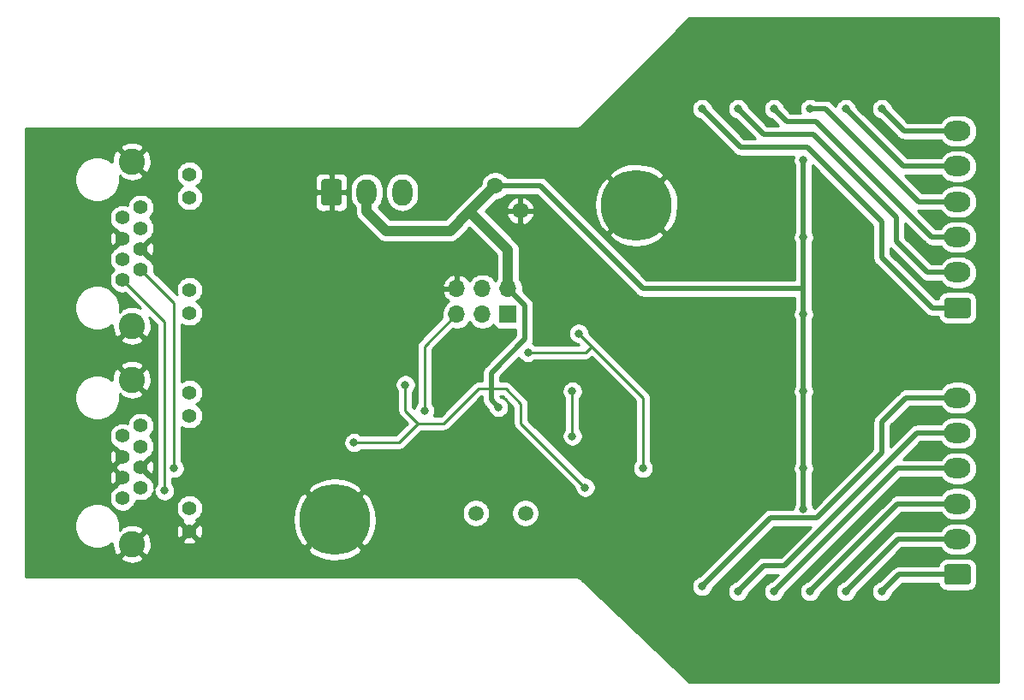
<source format=gbl>
G04 #@! TF.GenerationSoftware,KiCad,Pcbnew,(5.1.9)-1*
G04 #@! TF.CreationDate,2021-06-09T23:16:39+02:00*
G04 #@! TF.ProjectId,decoder,6465636f-6465-4722-9e6b-696361645f70,rev?*
G04 #@! TF.SameCoordinates,Original*
G04 #@! TF.FileFunction,Copper,L2,Bot*
G04 #@! TF.FilePolarity,Positive*
%FSLAX46Y46*%
G04 Gerber Fmt 4.6, Leading zero omitted, Abs format (unit mm)*
G04 Created by KiCad (PCBNEW (5.1.9)-1) date 2021-06-09 23:16:39*
%MOMM*%
%LPD*%
G01*
G04 APERTURE LIST*
G04 #@! TA.AperFunction,ComponentPad*
%ADD10C,1.400000*%
G04 #@! TD*
G04 #@! TA.AperFunction,ComponentPad*
%ADD11C,2.600000*%
G04 #@! TD*
G04 #@! TA.AperFunction,ComponentPad*
%ADD12O,2.600000X2.000000*%
G04 #@! TD*
G04 #@! TA.AperFunction,ComponentPad*
%ADD13O,1.700000X1.700000*%
G04 #@! TD*
G04 #@! TA.AperFunction,ComponentPad*
%ADD14R,1.700000X1.700000*%
G04 #@! TD*
G04 #@! TA.AperFunction,ComponentPad*
%ADD15C,1.600000*%
G04 #@! TD*
G04 #@! TA.AperFunction,ComponentPad*
%ADD16O,2.000000X2.600000*%
G04 #@! TD*
G04 #@! TA.AperFunction,ComponentPad*
%ADD17C,0.800000*%
G04 #@! TD*
G04 #@! TA.AperFunction,ComponentPad*
%ADD18C,7.000000*%
G04 #@! TD*
G04 #@! TA.AperFunction,ComponentPad*
%ADD19C,1.500000*%
G04 #@! TD*
G04 #@! TA.AperFunction,ViaPad*
%ADD20C,0.800000*%
G04 #@! TD*
G04 #@! TA.AperFunction,Conductor*
%ADD21C,0.500000*%
G04 #@! TD*
G04 #@! TA.AperFunction,Conductor*
%ADD22C,1.000000*%
G04 #@! TD*
G04 #@! TA.AperFunction,Conductor*
%ADD23C,0.250000*%
G04 #@! TD*
G04 #@! TA.AperFunction,Conductor*
%ADD24C,0.254000*%
G04 #@! TD*
G04 #@! TA.AperFunction,Conductor*
%ADD25C,0.100000*%
G04 #@! TD*
G04 APERTURE END LIST*
D10*
X110105000Y-73150000D03*
X110105000Y-75440000D03*
X110105000Y-84580000D03*
X110105000Y-86870000D03*
X105285000Y-76440000D03*
X103505000Y-77460000D03*
X105285000Y-78480000D03*
X103505000Y-79500000D03*
X105285000Y-80520000D03*
X103505000Y-81540000D03*
X105285000Y-82560000D03*
X103505000Y-83580000D03*
D11*
X104395000Y-88140000D03*
X104395000Y-71880000D03*
D10*
X110105000Y-94740000D03*
X110105000Y-97030000D03*
X110105000Y-106170000D03*
X110105000Y-108460000D03*
X105285000Y-98030000D03*
X103505000Y-99050000D03*
X105285000Y-100070000D03*
X103505000Y-101090000D03*
X105285000Y-102110000D03*
X103505000Y-103130000D03*
X105285000Y-104150000D03*
X103505000Y-105170000D03*
D11*
X104395000Y-109730000D03*
X104395000Y-93470000D03*
D12*
X186055000Y-68875000D03*
X186055000Y-72375000D03*
X186055000Y-75875000D03*
X186055000Y-79375000D03*
X186055000Y-82875000D03*
G04 #@! TA.AperFunction,ComponentPad*
G36*
G01*
X187105000Y-87375000D02*
X185005000Y-87375000D01*
G75*
G02*
X184755000Y-87125000I0J250000D01*
G01*
X184755000Y-85625000D01*
G75*
G02*
X185005000Y-85375000I250000J0D01*
G01*
X187105000Y-85375000D01*
G75*
G02*
X187355000Y-85625000I0J-250000D01*
G01*
X187355000Y-87125000D01*
G75*
G02*
X187105000Y-87375000I-250000J0D01*
G01*
G37*
G04 #@! TD.AperFunction*
X186055000Y-95250000D03*
X186055000Y-98750000D03*
X186055000Y-102250000D03*
X186055000Y-105750000D03*
X186055000Y-109250000D03*
G04 #@! TA.AperFunction,ComponentPad*
G36*
G01*
X187105000Y-113750000D02*
X185005000Y-113750000D01*
G75*
G02*
X184755000Y-113500000I0J250000D01*
G01*
X184755000Y-112000000D01*
G75*
G02*
X185005000Y-111750000I250000J0D01*
G01*
X187105000Y-111750000D01*
G75*
G02*
X187355000Y-112000000I0J-250000D01*
G01*
X187355000Y-113500000D01*
G75*
G02*
X187105000Y-113750000I-250000J0D01*
G01*
G37*
G04 #@! TD.AperFunction*
D13*
X136525000Y-84455000D03*
X136525000Y-86995000D03*
X139065000Y-84455000D03*
X139065000Y-86995000D03*
X141605000Y-84455000D03*
D14*
X141605000Y-86995000D03*
D15*
X142809874Y-76769874D03*
X140335000Y-74295000D03*
D16*
X131135000Y-74930000D03*
X127635000Y-74930000D03*
G04 #@! TA.AperFunction,ComponentPad*
G36*
G01*
X123135000Y-75980000D02*
X123135000Y-73880000D01*
G75*
G02*
X123385000Y-73630000I250000J0D01*
G01*
X124885000Y-73630000D01*
G75*
G02*
X125135000Y-73880000I0J-250000D01*
G01*
X125135000Y-75980000D01*
G75*
G02*
X124885000Y-76230000I-250000J0D01*
G01*
X123385000Y-76230000D01*
G75*
G02*
X123135000Y-75980000I0J250000D01*
G01*
G37*
G04 #@! TD.AperFunction*
D17*
X156161155Y-78056155D03*
X154305000Y-78825000D03*
X152448845Y-78056155D03*
X151680000Y-76200000D03*
X152448845Y-74343845D03*
X154305000Y-73575000D03*
X156161155Y-74343845D03*
X156930000Y-76200000D03*
D18*
X154305000Y-76200000D03*
D17*
X126316155Y-105458845D03*
X124460000Y-104690000D03*
X122603845Y-105458845D03*
X121835000Y-107315000D03*
X122603845Y-109171155D03*
X124460000Y-109940000D03*
X126316155Y-109171155D03*
X127085000Y-107315000D03*
D18*
X124460000Y-107315000D03*
D19*
X143310000Y-106680000D03*
X138430000Y-106680000D03*
D20*
X158750000Y-96520000D03*
X133350000Y-81915000D03*
X139065000Y-90170000D03*
X167640000Y-74930000D03*
X167640000Y-90170000D03*
X167640000Y-105410000D03*
X147955000Y-81280000D03*
X131445000Y-93980000D03*
X149225000Y-104140000D03*
X126365000Y-99695000D03*
X140652503Y-96202503D03*
X170815000Y-102235000D03*
X170815000Y-94615000D03*
X170815000Y-71755000D03*
X170815000Y-86995000D03*
X170815000Y-79375000D03*
X170815000Y-106299000D03*
X133350000Y-96520000D03*
X147955000Y-99060000D03*
X147955000Y-94615000D03*
X148590000Y-88900000D03*
X143575000Y-90785000D03*
X154940000Y-102235184D03*
X178562000Y-114427000D03*
X175006000Y-114427000D03*
X171450000Y-114427000D03*
X167894000Y-114427000D03*
X164338000Y-114427000D03*
X160782000Y-113919000D03*
X160782000Y-66675000D03*
X164338000Y-66675000D03*
X167894000Y-66675000D03*
X171450000Y-66675000D03*
X175006000Y-66675000D03*
X178562000Y-66675000D03*
X108585000Y-102235000D03*
X107632503Y-104457497D03*
D21*
X167640000Y-97790000D02*
X167640000Y-90170000D01*
X167640000Y-105410000D02*
X167640000Y-97790000D01*
D22*
X127635000Y-74930000D02*
X127635000Y-76835000D01*
X127635000Y-76835000D02*
X129540000Y-78740000D01*
X129540000Y-78740000D02*
X135890000Y-78740000D01*
X141605000Y-80645000D02*
X141605000Y-84455000D01*
X137795000Y-76835000D02*
X141605000Y-80645000D01*
X135890000Y-78740000D02*
X137795000Y-76835000D01*
X137795000Y-76835000D02*
X140335000Y-74295000D01*
D23*
X131445000Y-96520000D02*
X131445000Y-93980000D01*
X132715000Y-97790000D02*
X131445000Y-96520000D01*
X149225000Y-104140000D02*
X142875000Y-97790000D01*
X142875000Y-97790000D02*
X142875000Y-95885000D01*
X141369999Y-94379999D02*
X139935001Y-94379999D01*
X142875000Y-95885000D02*
X141369999Y-94379999D01*
X130810000Y-99695000D02*
X132715000Y-97790000D01*
X126365000Y-99695000D02*
X130810000Y-99695000D01*
X139935001Y-94379999D02*
X138665001Y-94379999D01*
X138665001Y-94379999D02*
X135255000Y-97790000D01*
X135255000Y-97790000D02*
X132715000Y-97790000D01*
D21*
X139935001Y-94379999D02*
X139935001Y-95485001D01*
X139935001Y-95485001D02*
X140652503Y-96202503D01*
X170815000Y-102235000D02*
X170815000Y-94615000D01*
X170815000Y-86995000D02*
X170815000Y-94615000D01*
X170815000Y-71755000D02*
X170815000Y-79375000D01*
X170815000Y-79375000D02*
X170815000Y-84455000D01*
X170815000Y-84455000D02*
X170815000Y-86995000D01*
X154940000Y-84455000D02*
X144780000Y-74295000D01*
X144780000Y-74295000D02*
X140335000Y-74295000D01*
X170815000Y-84455000D02*
X154940000Y-84455000D01*
X170815000Y-102235000D02*
X170815000Y-106299000D01*
X143256000Y-86106000D02*
X141605000Y-84455000D01*
X143256000Y-89471500D02*
X143256000Y-86106000D01*
X139935001Y-92792499D02*
X143256000Y-89471500D01*
X139935001Y-94379999D02*
X139935001Y-92792499D01*
D23*
X133350000Y-90170000D02*
X136525000Y-86995000D01*
X133350000Y-96520000D02*
X133350000Y-90170000D01*
X147955000Y-97155000D02*
X147955000Y-94615000D01*
X147955000Y-99060000D02*
X147955000Y-97155000D01*
X154940000Y-95250000D02*
X154940000Y-102235184D01*
X147340000Y-90785000D02*
X143575000Y-90785000D01*
X149245000Y-90785000D02*
X149860000Y-90170000D01*
X147340000Y-90785000D02*
X149245000Y-90785000D01*
X149860000Y-90170000D02*
X154940000Y-95250000D01*
X148590000Y-88900000D02*
X149860000Y-90170000D01*
D21*
X180239000Y-112750000D02*
X178562000Y-114427000D01*
X186055000Y-112750000D02*
X180239000Y-112750000D01*
X180183000Y-109250000D02*
X175006000Y-114427000D01*
X186055000Y-109250000D02*
X180183000Y-109250000D01*
X180127000Y-105750000D02*
X171450000Y-114427000D01*
X186055000Y-105750000D02*
X180127000Y-105750000D01*
X186055000Y-102250000D02*
X182637038Y-102250000D01*
X180071000Y-102250000D02*
X167894000Y-114427000D01*
X182637038Y-102250000D02*
X180071000Y-102250000D01*
X186055000Y-98750000D02*
X182047000Y-98750000D01*
X182047000Y-98750000D02*
X168910000Y-111887000D01*
X166878000Y-111887000D02*
X164338000Y-114427000D01*
X168910000Y-111887000D02*
X166878000Y-111887000D01*
X172123999Y-107149001D02*
X167551999Y-107149001D01*
X178562000Y-100711000D02*
X172123999Y-107149001D01*
X180975000Y-95250000D02*
X178562000Y-97663000D01*
X167551999Y-107149001D02*
X160782000Y-113919000D01*
X178562000Y-97663000D02*
X178562000Y-100711000D01*
X186055000Y-95250000D02*
X180975000Y-95250000D01*
X171165000Y-70485000D02*
X164592000Y-70485000D01*
X178562000Y-81407000D02*
X178562000Y-77882000D01*
X183530000Y-86375000D02*
X178562000Y-81407000D01*
X164592000Y-70485000D02*
X160782000Y-66675000D01*
X178562000Y-77882000D02*
X171165000Y-70485000D01*
X186055000Y-86375000D02*
X183530000Y-86375000D01*
X166878000Y-69215000D02*
X164338000Y-66675000D01*
X171772500Y-69215000D02*
X166878000Y-69215000D01*
X179993250Y-77435750D02*
X179993250Y-79790250D01*
X179993250Y-77435750D02*
X171772500Y-69215000D01*
X183078000Y-82875000D02*
X186055000Y-82875000D01*
X179993250Y-79790250D02*
X183078000Y-82875000D01*
X186055000Y-79375000D02*
X183515000Y-79375000D01*
X183515000Y-79375000D02*
X172085000Y-67945000D01*
X172085000Y-67945000D02*
X169164000Y-67945000D01*
X169164000Y-67945000D02*
X167894000Y-66675000D01*
X173002842Y-66675000D02*
X171450000Y-66675000D01*
X182202842Y-75875000D02*
X173002842Y-66675000D01*
X186055000Y-75875000D02*
X182202842Y-75875000D01*
X180706000Y-72375000D02*
X175006000Y-66675000D01*
X186055000Y-72375000D02*
X180706000Y-72375000D01*
X186055000Y-68875000D02*
X180762000Y-68875000D01*
X180762000Y-68875000D02*
X178562000Y-66675000D01*
D23*
X108585000Y-85860000D02*
X108585000Y-102235000D01*
X105285000Y-82560000D02*
X108585000Y-85860000D01*
X107632503Y-87707503D02*
X103505000Y-83580000D01*
X107632503Y-104457497D02*
X107632503Y-87707503D01*
D24*
X190069001Y-123394000D02*
X159532231Y-123394000D01*
X148838970Y-113198101D01*
X148822711Y-113178289D01*
X148790266Y-113151662D01*
X148784350Y-113146021D01*
X148764264Y-113130322D01*
X148718407Y-113092688D01*
X148711147Y-113088808D01*
X148704675Y-113083749D01*
X148651753Y-113057061D01*
X148599406Y-113029081D01*
X148591534Y-113026693D01*
X148584195Y-113022992D01*
X148527055Y-113007133D01*
X148470283Y-112989912D01*
X148462099Y-112989106D01*
X148454176Y-112986907D01*
X148395047Y-112982502D01*
X148369647Y-112980000D01*
X148361468Y-112980000D01*
X148319617Y-112976882D01*
X148294182Y-112980000D01*
X93903000Y-112980000D01*
X93903000Y-111079224D01*
X103225381Y-111079224D01*
X103357317Y-111374312D01*
X103698045Y-111545159D01*
X104065557Y-111646250D01*
X104445729Y-111673701D01*
X104823951Y-111626457D01*
X105185690Y-111506333D01*
X105432683Y-111374312D01*
X105564619Y-111079224D01*
X104395000Y-109909605D01*
X103225381Y-111079224D01*
X93903000Y-111079224D01*
X93903000Y-107727409D01*
X98705000Y-107727409D01*
X98705000Y-108172591D01*
X98791851Y-108609218D01*
X98962214Y-109020511D01*
X99209544Y-109390666D01*
X99524334Y-109705456D01*
X99894489Y-109952786D01*
X100305782Y-110123149D01*
X100742409Y-110210000D01*
X101187591Y-110210000D01*
X101624218Y-110123149D01*
X102035511Y-109952786D01*
X102405666Y-109705456D01*
X102460709Y-109650413D01*
X102451299Y-109780729D01*
X102498543Y-110158951D01*
X102618667Y-110520690D01*
X102750688Y-110767683D01*
X103045776Y-110899619D01*
X104215395Y-109730000D01*
X104574605Y-109730000D01*
X105744224Y-110899619D01*
X106039312Y-110767683D01*
X106210159Y-110426955D01*
X106264567Y-110229155D01*
X121725450Y-110229155D01*
X122121634Y-110749550D01*
X122836612Y-111139748D01*
X123613976Y-111382964D01*
X124423853Y-111469851D01*
X125235118Y-111397069D01*
X126016597Y-111167415D01*
X126738256Y-110789715D01*
X126798366Y-110749550D01*
X127194550Y-110229155D01*
X124460000Y-107494605D01*
X121725450Y-110229155D01*
X106264567Y-110229155D01*
X106311250Y-110059443D01*
X106338701Y-109679271D01*
X106301478Y-109381269D01*
X109363336Y-109381269D01*
X109422797Y-109615037D01*
X109661242Y-109725934D01*
X109916740Y-109788183D01*
X110179473Y-109799390D01*
X110439344Y-109759125D01*
X110686366Y-109668935D01*
X110787203Y-109615037D01*
X110846664Y-109381269D01*
X110105000Y-108639605D01*
X109363336Y-109381269D01*
X106301478Y-109381269D01*
X106291457Y-109301049D01*
X106171333Y-108939310D01*
X106039312Y-108692317D01*
X105744224Y-108560381D01*
X104574605Y-109730000D01*
X104215395Y-109730000D01*
X104201253Y-109715858D01*
X104380858Y-109536253D01*
X104395000Y-109550395D01*
X105410922Y-108534473D01*
X108765610Y-108534473D01*
X108805875Y-108794344D01*
X108896065Y-109041366D01*
X108949963Y-109142203D01*
X109183731Y-109201664D01*
X109925395Y-108460000D01*
X110284605Y-108460000D01*
X111026269Y-109201664D01*
X111260037Y-109142203D01*
X111370934Y-108903758D01*
X111433183Y-108648260D01*
X111444390Y-108385527D01*
X111404125Y-108125656D01*
X111313935Y-107878634D01*
X111260037Y-107777797D01*
X111026269Y-107718336D01*
X110284605Y-108460000D01*
X109925395Y-108460000D01*
X109183731Y-107718336D01*
X108949963Y-107777797D01*
X108839066Y-108016242D01*
X108776817Y-108271740D01*
X108765610Y-108534473D01*
X105410922Y-108534473D01*
X105564619Y-108380776D01*
X105432683Y-108085688D01*
X105091955Y-107914841D01*
X104724443Y-107813750D01*
X104344271Y-107786299D01*
X103966049Y-107833543D01*
X103604310Y-107953667D01*
X103357317Y-108085688D01*
X103225382Y-108380774D01*
X103190523Y-108345915D01*
X103225000Y-108172591D01*
X103225000Y-107727409D01*
X103138149Y-107290782D01*
X102967786Y-106879489D01*
X102720456Y-106509334D01*
X102405666Y-106194544D01*
X102035511Y-105947214D01*
X101624218Y-105776851D01*
X101187591Y-105690000D01*
X100742409Y-105690000D01*
X100305782Y-105776851D01*
X99894489Y-105947214D01*
X99524334Y-106194544D01*
X99209544Y-106509334D01*
X98962214Y-106879489D01*
X98791851Y-107290782D01*
X98705000Y-107727409D01*
X93903000Y-107727409D01*
X93903000Y-103204473D01*
X102165610Y-103204473D01*
X102205875Y-103464344D01*
X102296065Y-103711366D01*
X102349963Y-103812203D01*
X102583731Y-103871664D01*
X103325395Y-103130000D01*
X102583731Y-102388336D01*
X102349963Y-102447797D01*
X102239066Y-102686242D01*
X102176817Y-102941740D01*
X102165610Y-103204473D01*
X93903000Y-103204473D01*
X93903000Y-101164473D01*
X102165610Y-101164473D01*
X102205875Y-101424344D01*
X102296065Y-101671366D01*
X102349963Y-101772203D01*
X102583731Y-101831664D01*
X103325395Y-101090000D01*
X102583731Y-100348336D01*
X102349963Y-100407797D01*
X102239066Y-100646242D01*
X102176817Y-100901740D01*
X102165610Y-101164473D01*
X93903000Y-101164473D01*
X93903000Y-95027409D01*
X98705000Y-95027409D01*
X98705000Y-95472591D01*
X98791851Y-95909218D01*
X98962214Y-96320511D01*
X99209544Y-96690666D01*
X99524334Y-97005456D01*
X99894489Y-97252786D01*
X100305782Y-97423149D01*
X100742409Y-97510000D01*
X101187591Y-97510000D01*
X101624218Y-97423149D01*
X102035511Y-97252786D01*
X102405666Y-97005456D01*
X102720456Y-96690666D01*
X102967786Y-96320511D01*
X103138149Y-95909218D01*
X103225000Y-95472591D01*
X103225000Y-95027409D01*
X103190523Y-94854085D01*
X103225382Y-94819226D01*
X103357317Y-95114312D01*
X103698045Y-95285159D01*
X104065557Y-95386250D01*
X104445729Y-95413701D01*
X104823951Y-95366457D01*
X105185690Y-95246333D01*
X105432683Y-95114312D01*
X105564619Y-94819224D01*
X104395000Y-93649605D01*
X104380858Y-93663748D01*
X104201253Y-93484143D01*
X104215395Y-93470000D01*
X104574605Y-93470000D01*
X105744224Y-94639619D01*
X106039312Y-94507683D01*
X106210159Y-94166955D01*
X106311250Y-93799443D01*
X106338701Y-93419271D01*
X106291457Y-93041049D01*
X106171333Y-92679310D01*
X106039312Y-92432317D01*
X105744224Y-92300381D01*
X104574605Y-93470000D01*
X104215395Y-93470000D01*
X103045776Y-92300381D01*
X102750688Y-92432317D01*
X102579841Y-92773045D01*
X102478750Y-93140557D01*
X102451299Y-93520729D01*
X102454075Y-93542953D01*
X102405666Y-93494544D01*
X102035511Y-93247214D01*
X101624218Y-93076851D01*
X101187591Y-92990000D01*
X100742409Y-92990000D01*
X100305782Y-93076851D01*
X99894489Y-93247214D01*
X99524334Y-93494544D01*
X99209544Y-93809334D01*
X98962214Y-94179489D01*
X98791851Y-94590782D01*
X98705000Y-95027409D01*
X93903000Y-95027409D01*
X93903000Y-92120776D01*
X103225381Y-92120776D01*
X104395000Y-93290395D01*
X105564619Y-92120776D01*
X105432683Y-91825688D01*
X105091955Y-91654841D01*
X104724443Y-91553750D01*
X104344271Y-91526299D01*
X103966049Y-91573543D01*
X103604310Y-91693667D01*
X103357317Y-91825688D01*
X103225381Y-92120776D01*
X93903000Y-92120776D01*
X93903000Y-89489224D01*
X103225381Y-89489224D01*
X103357317Y-89784312D01*
X103698045Y-89955159D01*
X104065557Y-90056250D01*
X104445729Y-90083701D01*
X104823951Y-90036457D01*
X105185690Y-89916333D01*
X105432683Y-89784312D01*
X105564619Y-89489224D01*
X104395000Y-88319605D01*
X103225381Y-89489224D01*
X93903000Y-89489224D01*
X93903000Y-86137409D01*
X98705000Y-86137409D01*
X98705000Y-86582591D01*
X98791851Y-87019218D01*
X98962214Y-87430511D01*
X99209544Y-87800666D01*
X99524334Y-88115456D01*
X99894489Y-88362786D01*
X100305782Y-88533149D01*
X100742409Y-88620000D01*
X101187591Y-88620000D01*
X101624218Y-88533149D01*
X102035511Y-88362786D01*
X102405666Y-88115456D01*
X102460709Y-88060413D01*
X102451299Y-88190729D01*
X102498543Y-88568951D01*
X102618667Y-88930690D01*
X102750688Y-89177683D01*
X103045776Y-89309619D01*
X104215395Y-88140000D01*
X104201253Y-88125858D01*
X104380858Y-87946253D01*
X104395000Y-87960395D01*
X104409143Y-87946253D01*
X104588748Y-88125858D01*
X104574605Y-88140000D01*
X105744224Y-89309619D01*
X106039312Y-89177683D01*
X106210159Y-88836955D01*
X106311250Y-88469443D01*
X106338701Y-88089271D01*
X106291457Y-87711049D01*
X106171333Y-87349310D01*
X106138980Y-87288781D01*
X106872504Y-88022306D01*
X106872503Y-103753786D01*
X106828566Y-103797723D01*
X106715298Y-103967241D01*
X106637277Y-104155599D01*
X106620000Y-104242457D01*
X106620000Y-104018514D01*
X106568696Y-103760595D01*
X106468061Y-103517641D01*
X106321962Y-103298987D01*
X106136013Y-103113038D01*
X106024771Y-103038709D01*
X106026664Y-103031269D01*
X105285000Y-102289605D01*
X105270858Y-102303748D01*
X105091253Y-102124143D01*
X105105395Y-102110000D01*
X105464605Y-102110000D01*
X106206269Y-102851664D01*
X106440037Y-102792203D01*
X106550934Y-102553758D01*
X106613183Y-102298260D01*
X106624390Y-102035527D01*
X106584125Y-101775656D01*
X106493935Y-101528634D01*
X106440037Y-101427797D01*
X106206269Y-101368336D01*
X105464605Y-102110000D01*
X105105395Y-102110000D01*
X105091253Y-102095858D01*
X105270858Y-101916253D01*
X105285000Y-101930395D01*
X106026664Y-101188731D01*
X106024771Y-101181291D01*
X106136013Y-101106962D01*
X106321962Y-100921013D01*
X106468061Y-100702359D01*
X106568696Y-100459405D01*
X106620000Y-100201486D01*
X106620000Y-99938514D01*
X106568696Y-99680595D01*
X106468061Y-99437641D01*
X106321962Y-99218987D01*
X106152975Y-99050000D01*
X106321962Y-98881013D01*
X106468061Y-98662359D01*
X106568696Y-98419405D01*
X106620000Y-98161486D01*
X106620000Y-97898514D01*
X106568696Y-97640595D01*
X106468061Y-97397641D01*
X106321962Y-97178987D01*
X106136013Y-96993038D01*
X105917359Y-96846939D01*
X105674405Y-96746304D01*
X105416486Y-96695000D01*
X105153514Y-96695000D01*
X104895595Y-96746304D01*
X104652641Y-96846939D01*
X104433987Y-96993038D01*
X104248038Y-97178987D01*
X104101939Y-97397641D01*
X104001304Y-97640595D01*
X103970065Y-97797643D01*
X103894405Y-97766304D01*
X103636486Y-97715000D01*
X103373514Y-97715000D01*
X103115595Y-97766304D01*
X102872641Y-97866939D01*
X102653987Y-98013038D01*
X102468038Y-98198987D01*
X102321939Y-98417641D01*
X102221304Y-98660595D01*
X102170000Y-98918514D01*
X102170000Y-99181486D01*
X102221304Y-99439405D01*
X102321939Y-99682359D01*
X102468038Y-99901013D01*
X102653987Y-100086962D01*
X102765229Y-100161291D01*
X102763336Y-100168731D01*
X103505000Y-100910395D01*
X103519143Y-100896253D01*
X103698748Y-101075858D01*
X103684605Y-101090000D01*
X103698748Y-101104143D01*
X103519143Y-101283748D01*
X103505000Y-101269605D01*
X102763336Y-102011269D01*
X102788449Y-102110000D01*
X102763336Y-102208731D01*
X103505000Y-102950395D01*
X103519143Y-102936253D01*
X103698748Y-103115858D01*
X103684605Y-103130000D01*
X103698748Y-103144143D01*
X103519143Y-103323748D01*
X103505000Y-103309605D01*
X102763336Y-104051269D01*
X102765229Y-104058709D01*
X102653987Y-104133038D01*
X102468038Y-104318987D01*
X102321939Y-104537641D01*
X102221304Y-104780595D01*
X102170000Y-105038514D01*
X102170000Y-105301486D01*
X102221304Y-105559405D01*
X102321939Y-105802359D01*
X102468038Y-106021013D01*
X102653987Y-106206962D01*
X102872641Y-106353061D01*
X103115595Y-106453696D01*
X103373514Y-106505000D01*
X103636486Y-106505000D01*
X103894405Y-106453696D01*
X104137359Y-106353061D01*
X104356013Y-106206962D01*
X104524461Y-106038514D01*
X108770000Y-106038514D01*
X108770000Y-106301486D01*
X108821304Y-106559405D01*
X108921939Y-106802359D01*
X109068038Y-107021013D01*
X109253987Y-107206962D01*
X109419581Y-107317608D01*
X109363336Y-107538731D01*
X110105000Y-108280395D01*
X110846664Y-107538731D01*
X110790419Y-107317608D01*
X110848420Y-107278853D01*
X120305149Y-107278853D01*
X120377931Y-108090118D01*
X120607585Y-108871597D01*
X120985285Y-109593256D01*
X121025450Y-109653366D01*
X121545845Y-110049550D01*
X124280395Y-107315000D01*
X124639605Y-107315000D01*
X127374155Y-110049550D01*
X127894550Y-109653366D01*
X128284748Y-108938388D01*
X128527964Y-108161024D01*
X128614851Y-107351147D01*
X128542402Y-106543589D01*
X137045000Y-106543589D01*
X137045000Y-106816411D01*
X137098225Y-107083989D01*
X137202629Y-107336043D01*
X137354201Y-107562886D01*
X137547114Y-107755799D01*
X137773957Y-107907371D01*
X138026011Y-108011775D01*
X138293589Y-108065000D01*
X138566411Y-108065000D01*
X138833989Y-108011775D01*
X139086043Y-107907371D01*
X139312886Y-107755799D01*
X139505799Y-107562886D01*
X139657371Y-107336043D01*
X139761775Y-107083989D01*
X139815000Y-106816411D01*
X139815000Y-106543589D01*
X141925000Y-106543589D01*
X141925000Y-106816411D01*
X141978225Y-107083989D01*
X142082629Y-107336043D01*
X142234201Y-107562886D01*
X142427114Y-107755799D01*
X142653957Y-107907371D01*
X142906011Y-108011775D01*
X143173589Y-108065000D01*
X143446411Y-108065000D01*
X143713989Y-108011775D01*
X143966043Y-107907371D01*
X144192886Y-107755799D01*
X144385799Y-107562886D01*
X144537371Y-107336043D01*
X144641775Y-107083989D01*
X144695000Y-106816411D01*
X144695000Y-106543589D01*
X144641775Y-106276011D01*
X144537371Y-106023957D01*
X144385799Y-105797114D01*
X144192886Y-105604201D01*
X143966043Y-105452629D01*
X143713989Y-105348225D01*
X143446411Y-105295000D01*
X143173589Y-105295000D01*
X142906011Y-105348225D01*
X142653957Y-105452629D01*
X142427114Y-105604201D01*
X142234201Y-105797114D01*
X142082629Y-106023957D01*
X141978225Y-106276011D01*
X141925000Y-106543589D01*
X139815000Y-106543589D01*
X139761775Y-106276011D01*
X139657371Y-106023957D01*
X139505799Y-105797114D01*
X139312886Y-105604201D01*
X139086043Y-105452629D01*
X138833989Y-105348225D01*
X138566411Y-105295000D01*
X138293589Y-105295000D01*
X138026011Y-105348225D01*
X137773957Y-105452629D01*
X137547114Y-105604201D01*
X137354201Y-105797114D01*
X137202629Y-106023957D01*
X137098225Y-106276011D01*
X137045000Y-106543589D01*
X128542402Y-106543589D01*
X128542069Y-106539882D01*
X128312415Y-105758403D01*
X127934715Y-105036744D01*
X127894550Y-104976634D01*
X127374155Y-104580450D01*
X124639605Y-107315000D01*
X124280395Y-107315000D01*
X121545845Y-104580450D01*
X121025450Y-104976634D01*
X120635252Y-105691612D01*
X120392036Y-106468976D01*
X120305149Y-107278853D01*
X110848420Y-107278853D01*
X110956013Y-107206962D01*
X111141962Y-107021013D01*
X111288061Y-106802359D01*
X111388696Y-106559405D01*
X111440000Y-106301486D01*
X111440000Y-106038514D01*
X111388696Y-105780595D01*
X111288061Y-105537641D01*
X111141962Y-105318987D01*
X110956013Y-105133038D01*
X110737359Y-104986939D01*
X110494405Y-104886304D01*
X110236486Y-104835000D01*
X109973514Y-104835000D01*
X109715595Y-104886304D01*
X109472641Y-104986939D01*
X109253987Y-105133038D01*
X109068038Y-105318987D01*
X108921939Y-105537641D01*
X108821304Y-105780595D01*
X108770000Y-106038514D01*
X104524461Y-106038514D01*
X104541962Y-106021013D01*
X104688061Y-105802359D01*
X104788696Y-105559405D01*
X104819935Y-105402357D01*
X104895595Y-105433696D01*
X105153514Y-105485000D01*
X105416486Y-105485000D01*
X105674405Y-105433696D01*
X105917359Y-105333061D01*
X106136013Y-105186962D01*
X106321962Y-105001013D01*
X106468061Y-104782359D01*
X106568696Y-104539405D01*
X106597503Y-104394584D01*
X106597503Y-104559436D01*
X106637277Y-104759395D01*
X106715298Y-104947753D01*
X106828566Y-105117271D01*
X106972729Y-105261434D01*
X107142247Y-105374702D01*
X107330605Y-105452723D01*
X107530564Y-105492497D01*
X107734442Y-105492497D01*
X107934401Y-105452723D01*
X108122759Y-105374702D01*
X108292277Y-105261434D01*
X108436440Y-105117271D01*
X108549708Y-104947753D01*
X108627729Y-104759395D01*
X108667503Y-104559436D01*
X108667503Y-104400845D01*
X121725450Y-104400845D01*
X124460000Y-107135395D01*
X127194550Y-104400845D01*
X126798366Y-103880450D01*
X126083388Y-103490252D01*
X125306024Y-103247036D01*
X124496147Y-103160149D01*
X123684882Y-103232931D01*
X122903403Y-103462585D01*
X122181744Y-103840285D01*
X122121634Y-103880450D01*
X121725450Y-104400845D01*
X108667503Y-104400845D01*
X108667503Y-104355558D01*
X108627729Y-104155599D01*
X108549708Y-103967241D01*
X108436440Y-103797723D01*
X108392503Y-103753786D01*
X108392503Y-103251987D01*
X108483061Y-103270000D01*
X108686939Y-103270000D01*
X108886898Y-103230226D01*
X109075256Y-103152205D01*
X109244774Y-103038937D01*
X109388937Y-102894774D01*
X109502205Y-102725256D01*
X109580226Y-102536898D01*
X109620000Y-102336939D01*
X109620000Y-102133061D01*
X109580226Y-101933102D01*
X109502205Y-101744744D01*
X109388937Y-101575226D01*
X109345000Y-101531289D01*
X109345000Y-99593061D01*
X125330000Y-99593061D01*
X125330000Y-99796939D01*
X125369774Y-99996898D01*
X125447795Y-100185256D01*
X125561063Y-100354774D01*
X125705226Y-100498937D01*
X125874744Y-100612205D01*
X126063102Y-100690226D01*
X126263061Y-100730000D01*
X126466939Y-100730000D01*
X126666898Y-100690226D01*
X126855256Y-100612205D01*
X127024774Y-100498937D01*
X127068711Y-100455000D01*
X130772678Y-100455000D01*
X130810000Y-100458676D01*
X130847322Y-100455000D01*
X130847333Y-100455000D01*
X130958986Y-100444003D01*
X131102247Y-100400546D01*
X131234276Y-100329974D01*
X131350001Y-100235001D01*
X131373804Y-100205997D01*
X133029802Y-98550000D01*
X135217678Y-98550000D01*
X135255000Y-98553676D01*
X135292322Y-98550000D01*
X135292333Y-98550000D01*
X135403986Y-98539003D01*
X135547247Y-98495546D01*
X135679276Y-98424974D01*
X135795001Y-98330001D01*
X135818804Y-98300997D01*
X138979803Y-95139999D01*
X139050002Y-95139999D01*
X139050002Y-95441523D01*
X139045720Y-95485001D01*
X139062806Y-95658491D01*
X139113413Y-95825314D01*
X139195591Y-95979060D01*
X139278469Y-96080047D01*
X139278472Y-96080050D01*
X139306185Y-96113818D01*
X139339952Y-96141530D01*
X139645968Y-96447546D01*
X139657277Y-96504401D01*
X139735298Y-96692759D01*
X139848566Y-96862277D01*
X139992729Y-97006440D01*
X140162247Y-97119708D01*
X140350605Y-97197729D01*
X140550564Y-97237503D01*
X140754442Y-97237503D01*
X140954401Y-97197729D01*
X141142759Y-97119708D01*
X141312277Y-97006440D01*
X141456440Y-96862277D01*
X141569708Y-96692759D01*
X141647729Y-96504401D01*
X141687503Y-96304442D01*
X141687503Y-96100564D01*
X141647729Y-95900605D01*
X141569708Y-95712247D01*
X141456440Y-95542729D01*
X141312277Y-95398566D01*
X141142759Y-95285298D01*
X140954401Y-95207277D01*
X140897546Y-95195968D01*
X140841577Y-95139999D01*
X141055198Y-95139999D01*
X142115001Y-96199803D01*
X142115000Y-97752677D01*
X142111324Y-97790000D01*
X142115000Y-97827322D01*
X142115000Y-97827332D01*
X142125997Y-97938985D01*
X142152089Y-98025000D01*
X142169454Y-98082246D01*
X142240026Y-98214276D01*
X142274220Y-98255941D01*
X142334999Y-98330001D01*
X142364003Y-98353804D01*
X148190000Y-104179802D01*
X148190000Y-104241939D01*
X148229774Y-104441898D01*
X148307795Y-104630256D01*
X148421063Y-104799774D01*
X148565226Y-104943937D01*
X148734744Y-105057205D01*
X148923102Y-105135226D01*
X149123061Y-105175000D01*
X149326939Y-105175000D01*
X149526898Y-105135226D01*
X149715256Y-105057205D01*
X149884774Y-104943937D01*
X150028937Y-104799774D01*
X150142205Y-104630256D01*
X150220226Y-104441898D01*
X150260000Y-104241939D01*
X150260000Y-104038061D01*
X150220226Y-103838102D01*
X150142205Y-103649744D01*
X150028937Y-103480226D01*
X149884774Y-103336063D01*
X149715256Y-103222795D01*
X149526898Y-103144774D01*
X149326939Y-103105000D01*
X149264802Y-103105000D01*
X143635000Y-97475199D01*
X143635000Y-95922323D01*
X143638676Y-95885000D01*
X143635000Y-95847677D01*
X143635000Y-95847667D01*
X143624003Y-95736014D01*
X143580546Y-95592753D01*
X143509974Y-95460724D01*
X143415001Y-95344999D01*
X143386003Y-95321201D01*
X142577863Y-94513061D01*
X146920000Y-94513061D01*
X146920000Y-94716939D01*
X146959774Y-94916898D01*
X147037795Y-95105256D01*
X147151063Y-95274774D01*
X147195001Y-95318712D01*
X147195000Y-97192332D01*
X147195001Y-97192342D01*
X147195000Y-98356289D01*
X147151063Y-98400226D01*
X147037795Y-98569744D01*
X146959774Y-98758102D01*
X146920000Y-98958061D01*
X146920000Y-99161939D01*
X146959774Y-99361898D01*
X147037795Y-99550256D01*
X147151063Y-99719774D01*
X147295226Y-99863937D01*
X147464744Y-99977205D01*
X147653102Y-100055226D01*
X147853061Y-100095000D01*
X148056939Y-100095000D01*
X148256898Y-100055226D01*
X148445256Y-99977205D01*
X148614774Y-99863937D01*
X148758937Y-99719774D01*
X148872205Y-99550256D01*
X148950226Y-99361898D01*
X148990000Y-99161939D01*
X148990000Y-98958061D01*
X148950226Y-98758102D01*
X148872205Y-98569744D01*
X148758937Y-98400226D01*
X148715000Y-98356289D01*
X148715000Y-95318711D01*
X148758937Y-95274774D01*
X148872205Y-95105256D01*
X148950226Y-94916898D01*
X148990000Y-94716939D01*
X148990000Y-94513061D01*
X148950226Y-94313102D01*
X148872205Y-94124744D01*
X148758937Y-93955226D01*
X148614774Y-93811063D01*
X148445256Y-93697795D01*
X148256898Y-93619774D01*
X148056939Y-93580000D01*
X147853061Y-93580000D01*
X147653102Y-93619774D01*
X147464744Y-93697795D01*
X147295226Y-93811063D01*
X147151063Y-93955226D01*
X147037795Y-94124744D01*
X146959774Y-94313102D01*
X146920000Y-94513061D01*
X142577863Y-94513061D01*
X141933803Y-93869002D01*
X141910000Y-93839998D01*
X141794275Y-93745025D01*
X141662246Y-93674453D01*
X141518985Y-93630996D01*
X141407332Y-93619999D01*
X141407321Y-93619999D01*
X141369999Y-93616323D01*
X141332677Y-93619999D01*
X140820001Y-93619999D01*
X140820001Y-93159077D01*
X142676231Y-91302848D01*
X142771063Y-91444774D01*
X142915226Y-91588937D01*
X143084744Y-91702205D01*
X143273102Y-91780226D01*
X143473061Y-91820000D01*
X143676939Y-91820000D01*
X143876898Y-91780226D01*
X144065256Y-91702205D01*
X144234774Y-91588937D01*
X144278711Y-91545000D01*
X149207678Y-91545000D01*
X149245000Y-91548676D01*
X149282322Y-91545000D01*
X149282333Y-91545000D01*
X149393986Y-91534003D01*
X149537247Y-91490546D01*
X149669276Y-91419974D01*
X149785001Y-91325001D01*
X149808803Y-91295998D01*
X149860000Y-91244801D01*
X154180000Y-95564802D01*
X154180001Y-101531472D01*
X154136063Y-101575410D01*
X154022795Y-101744928D01*
X153944774Y-101933286D01*
X153905000Y-102133245D01*
X153905000Y-102337123D01*
X153944774Y-102537082D01*
X154022795Y-102725440D01*
X154136063Y-102894958D01*
X154280226Y-103039121D01*
X154449744Y-103152389D01*
X154638102Y-103230410D01*
X154838061Y-103270184D01*
X155041939Y-103270184D01*
X155241898Y-103230410D01*
X155430256Y-103152389D01*
X155599774Y-103039121D01*
X155743937Y-102894958D01*
X155857205Y-102725440D01*
X155935226Y-102537082D01*
X155975000Y-102337123D01*
X155975000Y-102133245D01*
X155935226Y-101933286D01*
X155857205Y-101744928D01*
X155743937Y-101575410D01*
X155700000Y-101531473D01*
X155700000Y-95287323D01*
X155703676Y-95250000D01*
X155700000Y-95212677D01*
X155700000Y-95212667D01*
X155689003Y-95101014D01*
X155645546Y-94957753D01*
X155613182Y-94897205D01*
X155574974Y-94825723D01*
X155503799Y-94738997D01*
X155480001Y-94709999D01*
X155451004Y-94686202D01*
X150423804Y-89659003D01*
X150423799Y-89658997D01*
X150423789Y-89658987D01*
X150400000Y-89630000D01*
X150371013Y-89606211D01*
X149625000Y-88860199D01*
X149625000Y-88798061D01*
X149585226Y-88598102D01*
X149507205Y-88409744D01*
X149393937Y-88240226D01*
X149249774Y-88096063D01*
X149080256Y-87982795D01*
X148891898Y-87904774D01*
X148691939Y-87865000D01*
X148488061Y-87865000D01*
X148288102Y-87904774D01*
X148099744Y-87982795D01*
X147930226Y-88096063D01*
X147786063Y-88240226D01*
X147672795Y-88409744D01*
X147594774Y-88598102D01*
X147555000Y-88798061D01*
X147555000Y-89001939D01*
X147594774Y-89201898D01*
X147672795Y-89390256D01*
X147786063Y-89559774D01*
X147930226Y-89703937D01*
X148099744Y-89817205D01*
X148288102Y-89895226D01*
X148488061Y-89935000D01*
X148550199Y-89935000D01*
X148640199Y-90025000D01*
X144278711Y-90025000D01*
X144234774Y-89981063D01*
X144065256Y-89867795D01*
X144050855Y-89861830D01*
X144077589Y-89811813D01*
X144128195Y-89644990D01*
X144141000Y-89514977D01*
X144141000Y-89514969D01*
X144145281Y-89471500D01*
X144141000Y-89428031D01*
X144141000Y-86149469D01*
X144145281Y-86106000D01*
X144141000Y-86062531D01*
X144141000Y-86062523D01*
X144128195Y-85932510D01*
X144117264Y-85896476D01*
X144077589Y-85765686D01*
X143995411Y-85611941D01*
X143912532Y-85510953D01*
X143912530Y-85510951D01*
X143884817Y-85477183D01*
X143851049Y-85449470D01*
X143075539Y-84673960D01*
X143090000Y-84601260D01*
X143090000Y-84308740D01*
X143032932Y-84021842D01*
X142920990Y-83751589D01*
X142758475Y-83508368D01*
X142740000Y-83489893D01*
X142740000Y-80700752D01*
X142745491Y-80645000D01*
X142723577Y-80422501D01*
X142658676Y-80208553D01*
X142553284Y-80011377D01*
X142446989Y-79881856D01*
X142446987Y-79881854D01*
X142411449Y-79838551D01*
X142368146Y-79803013D01*
X139685135Y-77120003D01*
X141411086Y-77120003D01*
X141506270Y-77386165D01*
X141651551Y-77628644D01*
X141841346Y-77838121D01*
X142068361Y-78006545D01*
X142323872Y-78127445D01*
X142459745Y-78168662D01*
X142682874Y-78046767D01*
X142682874Y-76896874D01*
X142936874Y-76896874D01*
X142936874Y-78046767D01*
X143160003Y-78168662D01*
X143426165Y-78073478D01*
X143668644Y-77928197D01*
X143878121Y-77738402D01*
X144046545Y-77511387D01*
X144167445Y-77255876D01*
X144208662Y-77120003D01*
X144086767Y-76896874D01*
X142936874Y-76896874D01*
X142682874Y-76896874D01*
X141532981Y-76896874D01*
X141411086Y-77120003D01*
X139685135Y-77120003D01*
X139400131Y-76835000D01*
X139815386Y-76419745D01*
X141411086Y-76419745D01*
X141532981Y-76642874D01*
X142682874Y-76642874D01*
X142682874Y-75492981D01*
X142936874Y-75492981D01*
X142936874Y-76642874D01*
X144086767Y-76642874D01*
X144208662Y-76419745D01*
X144113478Y-76153583D01*
X143968197Y-75911104D01*
X143778402Y-75701627D01*
X143551387Y-75533203D01*
X143295876Y-75412303D01*
X143160003Y-75371086D01*
X142936874Y-75492981D01*
X142682874Y-75492981D01*
X142459745Y-75371086D01*
X142193583Y-75466270D01*
X141951104Y-75611551D01*
X141741627Y-75801346D01*
X141573203Y-76028361D01*
X141452303Y-76283872D01*
X141411086Y-76419745D01*
X139815386Y-76419745D01*
X140512282Y-75722850D01*
X140753574Y-75674853D01*
X141014727Y-75566680D01*
X141249759Y-75409637D01*
X141449637Y-75209759D01*
X141469521Y-75180000D01*
X144413422Y-75180000D01*
X154283470Y-85050049D01*
X154311183Y-85083817D01*
X154344951Y-85111530D01*
X154344953Y-85111532D01*
X154402075Y-85158411D01*
X154445941Y-85194411D01*
X154599687Y-85276589D01*
X154766510Y-85327195D01*
X154896523Y-85340000D01*
X154896531Y-85340000D01*
X154940000Y-85344281D01*
X154983469Y-85340000D01*
X169930000Y-85340000D01*
X169930001Y-86456545D01*
X169897795Y-86504744D01*
X169819774Y-86693102D01*
X169780000Y-86893061D01*
X169780000Y-87096939D01*
X169819774Y-87296898D01*
X169897795Y-87485256D01*
X169930000Y-87533454D01*
X169930001Y-94076544D01*
X169897795Y-94124744D01*
X169819774Y-94313102D01*
X169780000Y-94513061D01*
X169780000Y-94716939D01*
X169819774Y-94916898D01*
X169897795Y-95105256D01*
X169930001Y-95153456D01*
X169930000Y-101696546D01*
X169897795Y-101744744D01*
X169819774Y-101933102D01*
X169780000Y-102133061D01*
X169780000Y-102336939D01*
X169819774Y-102536898D01*
X169897795Y-102725256D01*
X169930000Y-102773455D01*
X169930001Y-105760544D01*
X169897795Y-105808744D01*
X169819774Y-105997102D01*
X169780000Y-106197061D01*
X169780000Y-106264001D01*
X167595464Y-106264001D01*
X167551998Y-106259720D01*
X167508532Y-106264001D01*
X167508522Y-106264001D01*
X167378509Y-106276806D01*
X167211686Y-106327412D01*
X167057940Y-106409590D01*
X167057938Y-106409591D01*
X167057939Y-106409591D01*
X166956952Y-106492469D01*
X166956950Y-106492471D01*
X166923182Y-106520184D01*
X166895469Y-106553952D01*
X160536957Y-112912465D01*
X160480102Y-112923774D01*
X160291744Y-113001795D01*
X160122226Y-113115063D01*
X159978063Y-113259226D01*
X159864795Y-113428744D01*
X159786774Y-113617102D01*
X159747000Y-113817061D01*
X159747000Y-114020939D01*
X159786774Y-114220898D01*
X159864795Y-114409256D01*
X159978063Y-114578774D01*
X160122226Y-114722937D01*
X160291744Y-114836205D01*
X160480102Y-114914226D01*
X160680061Y-114954000D01*
X160883939Y-114954000D01*
X161083898Y-114914226D01*
X161272256Y-114836205D01*
X161441774Y-114722937D01*
X161585937Y-114578774D01*
X161699205Y-114409256D01*
X161777226Y-114220898D01*
X161788535Y-114164043D01*
X167918578Y-108034001D01*
X171511421Y-108034001D01*
X168543422Y-111002000D01*
X166921465Y-111002000D01*
X166877999Y-110997719D01*
X166834533Y-111002000D01*
X166834523Y-111002000D01*
X166704510Y-111014805D01*
X166537687Y-111065411D01*
X166383941Y-111147589D01*
X166383939Y-111147590D01*
X166383940Y-111147590D01*
X166282953Y-111230468D01*
X166282951Y-111230470D01*
X166249183Y-111258183D01*
X166221470Y-111291951D01*
X164092957Y-113420465D01*
X164036102Y-113431774D01*
X163847744Y-113509795D01*
X163678226Y-113623063D01*
X163534063Y-113767226D01*
X163420795Y-113936744D01*
X163342774Y-114125102D01*
X163303000Y-114325061D01*
X163303000Y-114528939D01*
X163342774Y-114728898D01*
X163420795Y-114917256D01*
X163534063Y-115086774D01*
X163678226Y-115230937D01*
X163847744Y-115344205D01*
X164036102Y-115422226D01*
X164236061Y-115462000D01*
X164439939Y-115462000D01*
X164639898Y-115422226D01*
X164828256Y-115344205D01*
X164997774Y-115230937D01*
X165141937Y-115086774D01*
X165255205Y-114917256D01*
X165333226Y-114728898D01*
X165344535Y-114672043D01*
X167244579Y-112772000D01*
X168297422Y-112772000D01*
X167648957Y-113420465D01*
X167592102Y-113431774D01*
X167403744Y-113509795D01*
X167234226Y-113623063D01*
X167090063Y-113767226D01*
X166976795Y-113936744D01*
X166898774Y-114125102D01*
X166859000Y-114325061D01*
X166859000Y-114528939D01*
X166898774Y-114728898D01*
X166976795Y-114917256D01*
X167090063Y-115086774D01*
X167234226Y-115230937D01*
X167403744Y-115344205D01*
X167592102Y-115422226D01*
X167792061Y-115462000D01*
X167995939Y-115462000D01*
X168195898Y-115422226D01*
X168384256Y-115344205D01*
X168553774Y-115230937D01*
X168697937Y-115086774D01*
X168811205Y-114917256D01*
X168889226Y-114728898D01*
X168900535Y-114672043D01*
X169247517Y-114325061D01*
X170415000Y-114325061D01*
X170415000Y-114528939D01*
X170454774Y-114728898D01*
X170532795Y-114917256D01*
X170646063Y-115086774D01*
X170790226Y-115230937D01*
X170959744Y-115344205D01*
X171148102Y-115422226D01*
X171348061Y-115462000D01*
X171551939Y-115462000D01*
X171751898Y-115422226D01*
X171940256Y-115344205D01*
X172109774Y-115230937D01*
X172253937Y-115086774D01*
X172367205Y-114917256D01*
X172445226Y-114728898D01*
X172456535Y-114672043D01*
X172803517Y-114325061D01*
X173971000Y-114325061D01*
X173971000Y-114528939D01*
X174010774Y-114728898D01*
X174088795Y-114917256D01*
X174202063Y-115086774D01*
X174346226Y-115230937D01*
X174515744Y-115344205D01*
X174704102Y-115422226D01*
X174904061Y-115462000D01*
X175107939Y-115462000D01*
X175307898Y-115422226D01*
X175496256Y-115344205D01*
X175665774Y-115230937D01*
X175809937Y-115086774D01*
X175923205Y-114917256D01*
X176001226Y-114728898D01*
X176012535Y-114672043D01*
X176359517Y-114325061D01*
X177527000Y-114325061D01*
X177527000Y-114528939D01*
X177566774Y-114728898D01*
X177644795Y-114917256D01*
X177758063Y-115086774D01*
X177902226Y-115230937D01*
X178071744Y-115344205D01*
X178260102Y-115422226D01*
X178460061Y-115462000D01*
X178663939Y-115462000D01*
X178863898Y-115422226D01*
X179052256Y-115344205D01*
X179221774Y-115230937D01*
X179365937Y-115086774D01*
X179479205Y-114917256D01*
X179557226Y-114728898D01*
X179568535Y-114672043D01*
X180605579Y-113635000D01*
X184130224Y-113635000D01*
X184133992Y-113673254D01*
X184184528Y-113839850D01*
X184266595Y-113993386D01*
X184377038Y-114127962D01*
X184511614Y-114238405D01*
X184665150Y-114320472D01*
X184831746Y-114371008D01*
X185005000Y-114388072D01*
X187105000Y-114388072D01*
X187278254Y-114371008D01*
X187444850Y-114320472D01*
X187598386Y-114238405D01*
X187732962Y-114127962D01*
X187843405Y-113993386D01*
X187925472Y-113839850D01*
X187976008Y-113673254D01*
X187993072Y-113500000D01*
X187993072Y-112000000D01*
X187976008Y-111826746D01*
X187925472Y-111660150D01*
X187843405Y-111506614D01*
X187732962Y-111372038D01*
X187598386Y-111261595D01*
X187444850Y-111179528D01*
X187278254Y-111128992D01*
X187105000Y-111111928D01*
X185005000Y-111111928D01*
X184831746Y-111128992D01*
X184665150Y-111179528D01*
X184511614Y-111261595D01*
X184377038Y-111372038D01*
X184266595Y-111506614D01*
X184184528Y-111660150D01*
X184133992Y-111826746D01*
X184130224Y-111865000D01*
X180282465Y-111865000D01*
X180238999Y-111860719D01*
X180195533Y-111865000D01*
X180195523Y-111865000D01*
X180065510Y-111877805D01*
X179898687Y-111928411D01*
X179744941Y-112010589D01*
X179744939Y-112010590D01*
X179744940Y-112010590D01*
X179643953Y-112093468D01*
X179643951Y-112093470D01*
X179610183Y-112121183D01*
X179582470Y-112154951D01*
X178316957Y-113420465D01*
X178260102Y-113431774D01*
X178071744Y-113509795D01*
X177902226Y-113623063D01*
X177758063Y-113767226D01*
X177644795Y-113936744D01*
X177566774Y-114125102D01*
X177527000Y-114325061D01*
X176359517Y-114325061D01*
X180549579Y-110135000D01*
X184374135Y-110135000D01*
X184388969Y-110162752D01*
X184593286Y-110411714D01*
X184842248Y-110616031D01*
X185126285Y-110767852D01*
X185434484Y-110861343D01*
X185674678Y-110885000D01*
X186435322Y-110885000D01*
X186675516Y-110861343D01*
X186983715Y-110767852D01*
X187267752Y-110616031D01*
X187516714Y-110411714D01*
X187721031Y-110162752D01*
X187872852Y-109878715D01*
X187966343Y-109570516D01*
X187997911Y-109250000D01*
X187966343Y-108929484D01*
X187872852Y-108621285D01*
X187721031Y-108337248D01*
X187516714Y-108088286D01*
X187267752Y-107883969D01*
X186983715Y-107732148D01*
X186675516Y-107638657D01*
X186435322Y-107615000D01*
X185674678Y-107615000D01*
X185434484Y-107638657D01*
X185126285Y-107732148D01*
X184842248Y-107883969D01*
X184593286Y-108088286D01*
X184388969Y-108337248D01*
X184374135Y-108365000D01*
X180226469Y-108365000D01*
X180183000Y-108360719D01*
X180139531Y-108365000D01*
X180139523Y-108365000D01*
X180009510Y-108377805D01*
X179842686Y-108428411D01*
X179688941Y-108510589D01*
X179587953Y-108593468D01*
X179587951Y-108593470D01*
X179554183Y-108621183D01*
X179526470Y-108654951D01*
X174760957Y-113420465D01*
X174704102Y-113431774D01*
X174515744Y-113509795D01*
X174346226Y-113623063D01*
X174202063Y-113767226D01*
X174088795Y-113936744D01*
X174010774Y-114125102D01*
X173971000Y-114325061D01*
X172803517Y-114325061D01*
X180493579Y-106635000D01*
X184374135Y-106635000D01*
X184388969Y-106662752D01*
X184593286Y-106911714D01*
X184842248Y-107116031D01*
X185126285Y-107267852D01*
X185434484Y-107361343D01*
X185674678Y-107385000D01*
X186435322Y-107385000D01*
X186675516Y-107361343D01*
X186983715Y-107267852D01*
X187267752Y-107116031D01*
X187516714Y-106911714D01*
X187721031Y-106662752D01*
X187872852Y-106378715D01*
X187966343Y-106070516D01*
X187997911Y-105750000D01*
X187966343Y-105429484D01*
X187872852Y-105121285D01*
X187721031Y-104837248D01*
X187516714Y-104588286D01*
X187267752Y-104383969D01*
X186983715Y-104232148D01*
X186675516Y-104138657D01*
X186435322Y-104115000D01*
X185674678Y-104115000D01*
X185434484Y-104138657D01*
X185126285Y-104232148D01*
X184842248Y-104383969D01*
X184593286Y-104588286D01*
X184388969Y-104837248D01*
X184374135Y-104865000D01*
X180170466Y-104865000D01*
X180126999Y-104860719D01*
X180083533Y-104865000D01*
X180083523Y-104865000D01*
X179953510Y-104877805D01*
X179786687Y-104928411D01*
X179632941Y-105010589D01*
X179632939Y-105010590D01*
X179632940Y-105010590D01*
X179531953Y-105093468D01*
X179531951Y-105093470D01*
X179498183Y-105121183D01*
X179470470Y-105154951D01*
X171204957Y-113420465D01*
X171148102Y-113431774D01*
X170959744Y-113509795D01*
X170790226Y-113623063D01*
X170646063Y-113767226D01*
X170532795Y-113936744D01*
X170454774Y-114125102D01*
X170415000Y-114325061D01*
X169247517Y-114325061D01*
X180437579Y-103135000D01*
X184374135Y-103135000D01*
X184388969Y-103162752D01*
X184593286Y-103411714D01*
X184842248Y-103616031D01*
X185126285Y-103767852D01*
X185434484Y-103861343D01*
X185674678Y-103885000D01*
X186435322Y-103885000D01*
X186675516Y-103861343D01*
X186983715Y-103767852D01*
X187267752Y-103616031D01*
X187516714Y-103411714D01*
X187721031Y-103162752D01*
X187872852Y-102878715D01*
X187966343Y-102570516D01*
X187997911Y-102250000D01*
X187966343Y-101929484D01*
X187872852Y-101621285D01*
X187721031Y-101337248D01*
X187516714Y-101088286D01*
X187267752Y-100883969D01*
X186983715Y-100732148D01*
X186675516Y-100638657D01*
X186435322Y-100615000D01*
X185674678Y-100615000D01*
X185434484Y-100638657D01*
X185126285Y-100732148D01*
X184842248Y-100883969D01*
X184593286Y-101088286D01*
X184388969Y-101337248D01*
X184374135Y-101365000D01*
X180683579Y-101365000D01*
X182413579Y-99635000D01*
X184374135Y-99635000D01*
X184388969Y-99662752D01*
X184593286Y-99911714D01*
X184842248Y-100116031D01*
X185126285Y-100267852D01*
X185434484Y-100361343D01*
X185674678Y-100385000D01*
X186435322Y-100385000D01*
X186675516Y-100361343D01*
X186983715Y-100267852D01*
X187267752Y-100116031D01*
X187516714Y-99911714D01*
X187721031Y-99662752D01*
X187872852Y-99378715D01*
X187966343Y-99070516D01*
X187997911Y-98750000D01*
X187966343Y-98429484D01*
X187872852Y-98121285D01*
X187721031Y-97837248D01*
X187516714Y-97588286D01*
X187267752Y-97383969D01*
X186983715Y-97232148D01*
X186675516Y-97138657D01*
X186435322Y-97115000D01*
X185674678Y-97115000D01*
X185434484Y-97138657D01*
X185126285Y-97232148D01*
X184842248Y-97383969D01*
X184593286Y-97588286D01*
X184388969Y-97837248D01*
X184374135Y-97865000D01*
X182090469Y-97865000D01*
X182047000Y-97860719D01*
X182003531Y-97865000D01*
X182003523Y-97865000D01*
X181873510Y-97877805D01*
X181706686Y-97928411D01*
X181552941Y-98010589D01*
X181451953Y-98093468D01*
X181451951Y-98093470D01*
X181418183Y-98121183D01*
X181390470Y-98154951D01*
X179447000Y-100098421D01*
X179447000Y-98029578D01*
X181341579Y-96135000D01*
X184374135Y-96135000D01*
X184388969Y-96162752D01*
X184593286Y-96411714D01*
X184842248Y-96616031D01*
X185126285Y-96767852D01*
X185434484Y-96861343D01*
X185674678Y-96885000D01*
X186435322Y-96885000D01*
X186675516Y-96861343D01*
X186983715Y-96767852D01*
X187267752Y-96616031D01*
X187516714Y-96411714D01*
X187721031Y-96162752D01*
X187872852Y-95878715D01*
X187966343Y-95570516D01*
X187997911Y-95250000D01*
X187966343Y-94929484D01*
X187872852Y-94621285D01*
X187721031Y-94337248D01*
X187516714Y-94088286D01*
X187267752Y-93883969D01*
X186983715Y-93732148D01*
X186675516Y-93638657D01*
X186435322Y-93615000D01*
X185674678Y-93615000D01*
X185434484Y-93638657D01*
X185126285Y-93732148D01*
X184842248Y-93883969D01*
X184593286Y-94088286D01*
X184388969Y-94337248D01*
X184374135Y-94365000D01*
X181018465Y-94365000D01*
X180974999Y-94360719D01*
X180931533Y-94365000D01*
X180931523Y-94365000D01*
X180801510Y-94377805D01*
X180634687Y-94428411D01*
X180480941Y-94510589D01*
X180480939Y-94510590D01*
X180480940Y-94510590D01*
X180379953Y-94593468D01*
X180379951Y-94593470D01*
X180346183Y-94621183D01*
X180318470Y-94654951D01*
X177966956Y-97006466D01*
X177933183Y-97034183D01*
X177822589Y-97168942D01*
X177740411Y-97322688D01*
X177689805Y-97489511D01*
X177677000Y-97619524D01*
X177677000Y-97619531D01*
X177672719Y-97663000D01*
X177677000Y-97706469D01*
X177677001Y-100344420D01*
X171845746Y-106175676D01*
X171810226Y-105997102D01*
X171732205Y-105808744D01*
X171700000Y-105760546D01*
X171700000Y-102773454D01*
X171732205Y-102725256D01*
X171810226Y-102536898D01*
X171850000Y-102336939D01*
X171850000Y-102133061D01*
X171810226Y-101933102D01*
X171732205Y-101744744D01*
X171700000Y-101696546D01*
X171700000Y-95153454D01*
X171732205Y-95105256D01*
X171810226Y-94916898D01*
X171850000Y-94716939D01*
X171850000Y-94513061D01*
X171810226Y-94313102D01*
X171732205Y-94124744D01*
X171700000Y-94076546D01*
X171700000Y-87533454D01*
X171732205Y-87485256D01*
X171810226Y-87296898D01*
X171850000Y-87096939D01*
X171850000Y-86893061D01*
X171810226Y-86693102D01*
X171732205Y-86504744D01*
X171700000Y-86456546D01*
X171700000Y-84498477D01*
X171704282Y-84455000D01*
X171700000Y-84411523D01*
X171700000Y-79913454D01*
X171732205Y-79865256D01*
X171810226Y-79676898D01*
X171850000Y-79476939D01*
X171850000Y-79273061D01*
X171810226Y-79073102D01*
X171732205Y-78884744D01*
X171700000Y-78836546D01*
X171700000Y-72293454D01*
X171708762Y-72280341D01*
X177677001Y-78248580D01*
X177677000Y-81363531D01*
X177672719Y-81407000D01*
X177677000Y-81450469D01*
X177677000Y-81450476D01*
X177689805Y-81580489D01*
X177740411Y-81747312D01*
X177822589Y-81901058D01*
X177933183Y-82035817D01*
X177966956Y-82063534D01*
X182873470Y-86970049D01*
X182901183Y-87003817D01*
X182934951Y-87031530D01*
X182934953Y-87031532D01*
X182984908Y-87072529D01*
X183035941Y-87114411D01*
X183189687Y-87196589D01*
X183305903Y-87231843D01*
X183356509Y-87247195D01*
X183371306Y-87248652D01*
X183486523Y-87260000D01*
X183486531Y-87260000D01*
X183530000Y-87264281D01*
X183573469Y-87260000D01*
X184130224Y-87260000D01*
X184133992Y-87298254D01*
X184184528Y-87464850D01*
X184266595Y-87618386D01*
X184377038Y-87752962D01*
X184511614Y-87863405D01*
X184665150Y-87945472D01*
X184831746Y-87996008D01*
X185005000Y-88013072D01*
X187105000Y-88013072D01*
X187278254Y-87996008D01*
X187444850Y-87945472D01*
X187598386Y-87863405D01*
X187732962Y-87752962D01*
X187843405Y-87618386D01*
X187925472Y-87464850D01*
X187976008Y-87298254D01*
X187993072Y-87125000D01*
X187993072Y-85625000D01*
X187976008Y-85451746D01*
X187925472Y-85285150D01*
X187843405Y-85131614D01*
X187732962Y-84997038D01*
X187598386Y-84886595D01*
X187444850Y-84804528D01*
X187278254Y-84753992D01*
X187105000Y-84736928D01*
X185005000Y-84736928D01*
X184831746Y-84753992D01*
X184665150Y-84804528D01*
X184511614Y-84886595D01*
X184377038Y-84997038D01*
X184266595Y-85131614D01*
X184184528Y-85285150D01*
X184133992Y-85451746D01*
X184130224Y-85490000D01*
X183896579Y-85490000D01*
X179447000Y-81040422D01*
X179447000Y-80495578D01*
X182421470Y-83470049D01*
X182449183Y-83503817D01*
X182482951Y-83531530D01*
X182482953Y-83531532D01*
X182534268Y-83573645D01*
X182583941Y-83614411D01*
X182737687Y-83696589D01*
X182904510Y-83747195D01*
X183034523Y-83760000D01*
X183034533Y-83760000D01*
X183077999Y-83764281D01*
X183121465Y-83760000D01*
X184374135Y-83760000D01*
X184388969Y-83787752D01*
X184593286Y-84036714D01*
X184842248Y-84241031D01*
X185126285Y-84392852D01*
X185434484Y-84486343D01*
X185674678Y-84510000D01*
X186435322Y-84510000D01*
X186675516Y-84486343D01*
X186983715Y-84392852D01*
X187267752Y-84241031D01*
X187516714Y-84036714D01*
X187721031Y-83787752D01*
X187872852Y-83503715D01*
X187966343Y-83195516D01*
X187997911Y-82875000D01*
X187966343Y-82554484D01*
X187872852Y-82246285D01*
X187721031Y-81962248D01*
X187516714Y-81713286D01*
X187267752Y-81508969D01*
X186983715Y-81357148D01*
X186675516Y-81263657D01*
X186435322Y-81240000D01*
X185674678Y-81240000D01*
X185434484Y-81263657D01*
X185126285Y-81357148D01*
X184842248Y-81508969D01*
X184593286Y-81713286D01*
X184388969Y-81962248D01*
X184374135Y-81990000D01*
X183444579Y-81990000D01*
X180878250Y-79423672D01*
X180878250Y-77989829D01*
X182858470Y-79970049D01*
X182886183Y-80003817D01*
X182919951Y-80031530D01*
X182919953Y-80031532D01*
X182945399Y-80052415D01*
X183020941Y-80114411D01*
X183174687Y-80196589D01*
X183341510Y-80247195D01*
X183471523Y-80260000D01*
X183471533Y-80260000D01*
X183514999Y-80264281D01*
X183558466Y-80260000D01*
X184374135Y-80260000D01*
X184388969Y-80287752D01*
X184593286Y-80536714D01*
X184842248Y-80741031D01*
X185126285Y-80892852D01*
X185434484Y-80986343D01*
X185674678Y-81010000D01*
X186435322Y-81010000D01*
X186675516Y-80986343D01*
X186983715Y-80892852D01*
X187267752Y-80741031D01*
X187516714Y-80536714D01*
X187721031Y-80287752D01*
X187872852Y-80003715D01*
X187966343Y-79695516D01*
X187997911Y-79375000D01*
X187966343Y-79054484D01*
X187872852Y-78746285D01*
X187721031Y-78462248D01*
X187516714Y-78213286D01*
X187267752Y-78008969D01*
X186983715Y-77857148D01*
X186675516Y-77763657D01*
X186435322Y-77740000D01*
X185674678Y-77740000D01*
X185434484Y-77763657D01*
X185126285Y-77857148D01*
X184842248Y-78008969D01*
X184593286Y-78213286D01*
X184388969Y-78462248D01*
X184374135Y-78490000D01*
X183881579Y-78490000D01*
X182150728Y-76759149D01*
X182159365Y-76760000D01*
X182159373Y-76760000D01*
X182202842Y-76764281D01*
X182246311Y-76760000D01*
X184374135Y-76760000D01*
X184388969Y-76787752D01*
X184593286Y-77036714D01*
X184842248Y-77241031D01*
X185126285Y-77392852D01*
X185434484Y-77486343D01*
X185674678Y-77510000D01*
X186435322Y-77510000D01*
X186675516Y-77486343D01*
X186983715Y-77392852D01*
X187267752Y-77241031D01*
X187516714Y-77036714D01*
X187721031Y-76787752D01*
X187872852Y-76503715D01*
X187966343Y-76195516D01*
X187997911Y-75875000D01*
X187966343Y-75554484D01*
X187872852Y-75246285D01*
X187721031Y-74962248D01*
X187516714Y-74713286D01*
X187267752Y-74508969D01*
X186983715Y-74357148D01*
X186675516Y-74263657D01*
X186435322Y-74240000D01*
X185674678Y-74240000D01*
X185434484Y-74263657D01*
X185126285Y-74357148D01*
X184842248Y-74508969D01*
X184593286Y-74713286D01*
X184388969Y-74962248D01*
X184374135Y-74990000D01*
X182569421Y-74990000D01*
X180839421Y-73260000D01*
X184374135Y-73260000D01*
X184388969Y-73287752D01*
X184593286Y-73536714D01*
X184842248Y-73741031D01*
X185126285Y-73892852D01*
X185434484Y-73986343D01*
X185674678Y-74010000D01*
X186435322Y-74010000D01*
X186675516Y-73986343D01*
X186983715Y-73892852D01*
X187267752Y-73741031D01*
X187516714Y-73536714D01*
X187721031Y-73287752D01*
X187872852Y-73003715D01*
X187966343Y-72695516D01*
X187997911Y-72375000D01*
X187966343Y-72054484D01*
X187872852Y-71746285D01*
X187721031Y-71462248D01*
X187516714Y-71213286D01*
X187267752Y-71008969D01*
X186983715Y-70857148D01*
X186675516Y-70763657D01*
X186435322Y-70740000D01*
X185674678Y-70740000D01*
X185434484Y-70763657D01*
X185126285Y-70857148D01*
X184842248Y-71008969D01*
X184593286Y-71213286D01*
X184388969Y-71462248D01*
X184374135Y-71490000D01*
X181072579Y-71490000D01*
X176155640Y-66573061D01*
X177527000Y-66573061D01*
X177527000Y-66776939D01*
X177566774Y-66976898D01*
X177644795Y-67165256D01*
X177758063Y-67334774D01*
X177902226Y-67478937D01*
X178071744Y-67592205D01*
X178260102Y-67670226D01*
X178316957Y-67681535D01*
X180105470Y-69470049D01*
X180133183Y-69503817D01*
X180166951Y-69531530D01*
X180166953Y-69531532D01*
X180245165Y-69595719D01*
X180267941Y-69614411D01*
X180421687Y-69696589D01*
X180588510Y-69747195D01*
X180718523Y-69760000D01*
X180718531Y-69760000D01*
X180762000Y-69764281D01*
X180805469Y-69760000D01*
X184374135Y-69760000D01*
X184388969Y-69787752D01*
X184593286Y-70036714D01*
X184842248Y-70241031D01*
X185126285Y-70392852D01*
X185434484Y-70486343D01*
X185674678Y-70510000D01*
X186435322Y-70510000D01*
X186675516Y-70486343D01*
X186983715Y-70392852D01*
X187267752Y-70241031D01*
X187516714Y-70036714D01*
X187721031Y-69787752D01*
X187872852Y-69503715D01*
X187966343Y-69195516D01*
X187997911Y-68875000D01*
X187966343Y-68554484D01*
X187872852Y-68246285D01*
X187721031Y-67962248D01*
X187516714Y-67713286D01*
X187267752Y-67508969D01*
X186983715Y-67357148D01*
X186675516Y-67263657D01*
X186435322Y-67240000D01*
X185674678Y-67240000D01*
X185434484Y-67263657D01*
X185126285Y-67357148D01*
X184842248Y-67508969D01*
X184593286Y-67713286D01*
X184388969Y-67962248D01*
X184374135Y-67990000D01*
X181128579Y-67990000D01*
X179568535Y-66429957D01*
X179557226Y-66373102D01*
X179479205Y-66184744D01*
X179365937Y-66015226D01*
X179221774Y-65871063D01*
X179052256Y-65757795D01*
X178863898Y-65679774D01*
X178663939Y-65640000D01*
X178460061Y-65640000D01*
X178260102Y-65679774D01*
X178071744Y-65757795D01*
X177902226Y-65871063D01*
X177758063Y-66015226D01*
X177644795Y-66184744D01*
X177566774Y-66373102D01*
X177527000Y-66573061D01*
X176155640Y-66573061D01*
X176012535Y-66429957D01*
X176001226Y-66373102D01*
X175923205Y-66184744D01*
X175809937Y-66015226D01*
X175665774Y-65871063D01*
X175496256Y-65757795D01*
X175307898Y-65679774D01*
X175107939Y-65640000D01*
X174904061Y-65640000D01*
X174704102Y-65679774D01*
X174515744Y-65757795D01*
X174346226Y-65871063D01*
X174202063Y-66015226D01*
X174088795Y-66184744D01*
X174010774Y-66373102D01*
X174001109Y-66421689D01*
X173659376Y-66079956D01*
X173631659Y-66046183D01*
X173496901Y-65935589D01*
X173343155Y-65853411D01*
X173176332Y-65802805D01*
X173046319Y-65790000D01*
X173046311Y-65790000D01*
X173002842Y-65785719D01*
X172959373Y-65790000D01*
X171988454Y-65790000D01*
X171940256Y-65757795D01*
X171751898Y-65679774D01*
X171551939Y-65640000D01*
X171348061Y-65640000D01*
X171148102Y-65679774D01*
X170959744Y-65757795D01*
X170790226Y-65871063D01*
X170646063Y-66015226D01*
X170532795Y-66184744D01*
X170454774Y-66373102D01*
X170415000Y-66573061D01*
X170415000Y-66776939D01*
X170454774Y-66976898D01*
X170489196Y-67060000D01*
X169530579Y-67060000D01*
X168900535Y-66429957D01*
X168889226Y-66373102D01*
X168811205Y-66184744D01*
X168697937Y-66015226D01*
X168553774Y-65871063D01*
X168384256Y-65757795D01*
X168195898Y-65679774D01*
X167995939Y-65640000D01*
X167792061Y-65640000D01*
X167592102Y-65679774D01*
X167403744Y-65757795D01*
X167234226Y-65871063D01*
X167090063Y-66015226D01*
X166976795Y-66184744D01*
X166898774Y-66373102D01*
X166859000Y-66573061D01*
X166859000Y-66776939D01*
X166898774Y-66976898D01*
X166976795Y-67165256D01*
X167090063Y-67334774D01*
X167234226Y-67478937D01*
X167403744Y-67592205D01*
X167592102Y-67670226D01*
X167648957Y-67681535D01*
X168297421Y-68330000D01*
X167244579Y-68330000D01*
X165344535Y-66429957D01*
X165333226Y-66373102D01*
X165255205Y-66184744D01*
X165141937Y-66015226D01*
X164997774Y-65871063D01*
X164828256Y-65757795D01*
X164639898Y-65679774D01*
X164439939Y-65640000D01*
X164236061Y-65640000D01*
X164036102Y-65679774D01*
X163847744Y-65757795D01*
X163678226Y-65871063D01*
X163534063Y-66015226D01*
X163420795Y-66184744D01*
X163342774Y-66373102D01*
X163303000Y-66573061D01*
X163303000Y-66776939D01*
X163342774Y-66976898D01*
X163420795Y-67165256D01*
X163534063Y-67334774D01*
X163678226Y-67478937D01*
X163847744Y-67592205D01*
X164036102Y-67670226D01*
X164092957Y-67681535D01*
X166011421Y-69600000D01*
X164958579Y-69600000D01*
X161788535Y-66429957D01*
X161777226Y-66373102D01*
X161699205Y-66184744D01*
X161585937Y-66015226D01*
X161441774Y-65871063D01*
X161272256Y-65757795D01*
X161083898Y-65679774D01*
X160883939Y-65640000D01*
X160680061Y-65640000D01*
X160480102Y-65679774D01*
X160291744Y-65757795D01*
X160122226Y-65871063D01*
X159978063Y-66015226D01*
X159864795Y-66184744D01*
X159786774Y-66373102D01*
X159747000Y-66573061D01*
X159747000Y-66776939D01*
X159786774Y-66976898D01*
X159864795Y-67165256D01*
X159978063Y-67334774D01*
X160122226Y-67478937D01*
X160291744Y-67592205D01*
X160480102Y-67670226D01*
X160536957Y-67681535D01*
X163935470Y-71080049D01*
X163963183Y-71113817D01*
X163996951Y-71141530D01*
X163996953Y-71141532D01*
X164097941Y-71224411D01*
X164251686Y-71306589D01*
X164418510Y-71357195D01*
X164548523Y-71370000D01*
X164548531Y-71370000D01*
X164592000Y-71374281D01*
X164635469Y-71370000D01*
X169854196Y-71370000D01*
X169819774Y-71453102D01*
X169780000Y-71653061D01*
X169780000Y-71856939D01*
X169819774Y-72056898D01*
X169897795Y-72245256D01*
X169930000Y-72293454D01*
X169930001Y-78836544D01*
X169897795Y-78884744D01*
X169819774Y-79073102D01*
X169780000Y-79273061D01*
X169780000Y-79476939D01*
X169819774Y-79676898D01*
X169897795Y-79865256D01*
X169930000Y-79913454D01*
X169930001Y-83570000D01*
X155306579Y-83570000D01*
X150850734Y-79114155D01*
X151570450Y-79114155D01*
X151966634Y-79634550D01*
X152681612Y-80024748D01*
X153458976Y-80267964D01*
X154268853Y-80354851D01*
X155080118Y-80282069D01*
X155861597Y-80052415D01*
X156583256Y-79674715D01*
X156643366Y-79634550D01*
X157039550Y-79114155D01*
X154305000Y-76379605D01*
X151570450Y-79114155D01*
X150850734Y-79114155D01*
X147900432Y-76163853D01*
X150150149Y-76163853D01*
X150222931Y-76975118D01*
X150452585Y-77756597D01*
X150830285Y-78478256D01*
X150870450Y-78538366D01*
X151390845Y-78934550D01*
X154125395Y-76200000D01*
X154484605Y-76200000D01*
X157219155Y-78934550D01*
X157739550Y-78538366D01*
X158129748Y-77823388D01*
X158372964Y-77046024D01*
X158459851Y-76236147D01*
X158387069Y-75424882D01*
X158157415Y-74643403D01*
X157779715Y-73921744D01*
X157739550Y-73861634D01*
X157219155Y-73465450D01*
X154484605Y-76200000D01*
X154125395Y-76200000D01*
X151390845Y-73465450D01*
X150870450Y-73861634D01*
X150480252Y-74576612D01*
X150237036Y-75353976D01*
X150150149Y-76163853D01*
X147900432Y-76163853D01*
X145436534Y-73699956D01*
X145408817Y-73666183D01*
X145274059Y-73555589D01*
X145120313Y-73473411D01*
X144953490Y-73422805D01*
X144823477Y-73410000D01*
X144823469Y-73410000D01*
X144780000Y-73405719D01*
X144736531Y-73410000D01*
X141469521Y-73410000D01*
X141449637Y-73380241D01*
X141355241Y-73285845D01*
X151570450Y-73285845D01*
X154305000Y-76020395D01*
X157039550Y-73285845D01*
X156643366Y-72765450D01*
X155928388Y-72375252D01*
X155151024Y-72132036D01*
X154341147Y-72045149D01*
X153529882Y-72117931D01*
X152748403Y-72347585D01*
X152026744Y-72725285D01*
X151966634Y-72765450D01*
X151570450Y-73285845D01*
X141355241Y-73285845D01*
X141249759Y-73180363D01*
X141014727Y-73023320D01*
X140753574Y-72915147D01*
X140476335Y-72860000D01*
X140193665Y-72860000D01*
X139916426Y-72915147D01*
X139655273Y-73023320D01*
X139420241Y-73180363D01*
X139220363Y-73380241D01*
X139063320Y-73615273D01*
X138955147Y-73876426D01*
X138907150Y-74117718D01*
X137031861Y-75993008D01*
X137031856Y-75993012D01*
X137031849Y-75993019D01*
X136988552Y-76028552D01*
X136953019Y-76071849D01*
X135419869Y-77605000D01*
X130010132Y-77605000D01*
X128796773Y-76391642D01*
X129001031Y-76142752D01*
X129152852Y-75858715D01*
X129246343Y-75550515D01*
X129270000Y-75310321D01*
X129270000Y-74549679D01*
X129500000Y-74549679D01*
X129500000Y-75310322D01*
X129523657Y-75550516D01*
X129617148Y-75858715D01*
X129768969Y-76142752D01*
X129973286Y-76391714D01*
X130222249Y-76596031D01*
X130506286Y-76747852D01*
X130814485Y-76841343D01*
X131135000Y-76872911D01*
X131455516Y-76841343D01*
X131763715Y-76747852D01*
X132047752Y-76596031D01*
X132296714Y-76391714D01*
X132501031Y-76142752D01*
X132652852Y-75858715D01*
X132746343Y-75550515D01*
X132770000Y-75310321D01*
X132770000Y-74549678D01*
X132746343Y-74309484D01*
X132652852Y-74001285D01*
X132501031Y-73717248D01*
X132296714Y-73468286D01*
X132047751Y-73263969D01*
X131763714Y-73112148D01*
X131455515Y-73018657D01*
X131135000Y-72987089D01*
X130814484Y-73018657D01*
X130506285Y-73112148D01*
X130222248Y-73263969D01*
X129973286Y-73468286D01*
X129768969Y-73717249D01*
X129617148Y-74001286D01*
X129523657Y-74309485D01*
X129500000Y-74549679D01*
X129270000Y-74549679D01*
X129270000Y-74549678D01*
X129246343Y-74309484D01*
X129152852Y-74001285D01*
X129001031Y-73717248D01*
X128796714Y-73468286D01*
X128547751Y-73263969D01*
X128263714Y-73112148D01*
X127955515Y-73018657D01*
X127635000Y-72987089D01*
X127314484Y-73018657D01*
X127006285Y-73112148D01*
X126722248Y-73263969D01*
X126473286Y-73468286D01*
X126268969Y-73717249D01*
X126117148Y-74001286D01*
X126023657Y-74309485D01*
X126000000Y-74549679D01*
X126000000Y-75310322D01*
X126023657Y-75550516D01*
X126117148Y-75858715D01*
X126268969Y-76142752D01*
X126473286Y-76391714D01*
X126500001Y-76413638D01*
X126500001Y-76779239D01*
X126494509Y-76835000D01*
X126516423Y-77057498D01*
X126581324Y-77271446D01*
X126611828Y-77328514D01*
X126686717Y-77468623D01*
X126828552Y-77641449D01*
X126871860Y-77676991D01*
X128698009Y-79503141D01*
X128733551Y-79546449D01*
X128906377Y-79688284D01*
X129103553Y-79793676D01*
X129317501Y-79858577D01*
X129423928Y-79869059D01*
X129540000Y-79880491D01*
X129595752Y-79875000D01*
X135834249Y-79875000D01*
X135890000Y-79880491D01*
X135945751Y-79875000D01*
X135945752Y-79875000D01*
X136112499Y-79858577D01*
X136326447Y-79793676D01*
X136523623Y-79688284D01*
X136696449Y-79546449D01*
X136731996Y-79503135D01*
X137795000Y-78440132D01*
X140470000Y-81115133D01*
X140470001Y-83489892D01*
X140451525Y-83508368D01*
X140335000Y-83682760D01*
X140218475Y-83508368D01*
X140011632Y-83301525D01*
X139768411Y-83139010D01*
X139498158Y-83027068D01*
X139211260Y-82970000D01*
X138918740Y-82970000D01*
X138631842Y-83027068D01*
X138361589Y-83139010D01*
X138118368Y-83301525D01*
X137911525Y-83508368D01*
X137789805Y-83690534D01*
X137720178Y-83573645D01*
X137525269Y-83357412D01*
X137291920Y-83183359D01*
X137029099Y-83058175D01*
X136881890Y-83013524D01*
X136652000Y-83134845D01*
X136652000Y-84328000D01*
X136672000Y-84328000D01*
X136672000Y-84582000D01*
X136652000Y-84582000D01*
X136652000Y-84602000D01*
X136398000Y-84602000D01*
X136398000Y-84582000D01*
X135204186Y-84582000D01*
X135083519Y-84811891D01*
X135180843Y-85086252D01*
X135329822Y-85336355D01*
X135524731Y-85552588D01*
X135754406Y-85723900D01*
X135578368Y-85841525D01*
X135371525Y-86048368D01*
X135209010Y-86291589D01*
X135097068Y-86561842D01*
X135040000Y-86848740D01*
X135040000Y-87141260D01*
X135083790Y-87361408D01*
X132838998Y-89606201D01*
X132810000Y-89629999D01*
X132786202Y-89658997D01*
X132786201Y-89658998D01*
X132715026Y-89745724D01*
X132644454Y-89877754D01*
X132617820Y-89965558D01*
X132600998Y-90021014D01*
X132599522Y-90035997D01*
X132586324Y-90170000D01*
X132590001Y-90207332D01*
X132590000Y-95816289D01*
X132546063Y-95860226D01*
X132432795Y-96029744D01*
X132354774Y-96218102D01*
X132332066Y-96332265D01*
X132205000Y-96205199D01*
X132205000Y-94683711D01*
X132248937Y-94639774D01*
X132362205Y-94470256D01*
X132440226Y-94281898D01*
X132480000Y-94081939D01*
X132480000Y-93878061D01*
X132440226Y-93678102D01*
X132362205Y-93489744D01*
X132248937Y-93320226D01*
X132104774Y-93176063D01*
X131935256Y-93062795D01*
X131746898Y-92984774D01*
X131546939Y-92945000D01*
X131343061Y-92945000D01*
X131143102Y-92984774D01*
X130954744Y-93062795D01*
X130785226Y-93176063D01*
X130641063Y-93320226D01*
X130527795Y-93489744D01*
X130449774Y-93678102D01*
X130410000Y-93878061D01*
X130410000Y-94081939D01*
X130449774Y-94281898D01*
X130527795Y-94470256D01*
X130641063Y-94639774D01*
X130685001Y-94683712D01*
X130685000Y-96482677D01*
X130681324Y-96520000D01*
X130685000Y-96557322D01*
X130685000Y-96557332D01*
X130695997Y-96668985D01*
X130727767Y-96773718D01*
X130739454Y-96812246D01*
X130810026Y-96944276D01*
X130849871Y-96992826D01*
X130904999Y-97060001D01*
X130934003Y-97083804D01*
X131640198Y-97790000D01*
X130495199Y-98935000D01*
X127068711Y-98935000D01*
X127024774Y-98891063D01*
X126855256Y-98777795D01*
X126666898Y-98699774D01*
X126466939Y-98660000D01*
X126263061Y-98660000D01*
X126063102Y-98699774D01*
X125874744Y-98777795D01*
X125705226Y-98891063D01*
X125561063Y-99035226D01*
X125447795Y-99204744D01*
X125369774Y-99393102D01*
X125330000Y-99593061D01*
X109345000Y-99593061D01*
X109345000Y-98127775D01*
X109472641Y-98213061D01*
X109715595Y-98313696D01*
X109973514Y-98365000D01*
X110236486Y-98365000D01*
X110494405Y-98313696D01*
X110737359Y-98213061D01*
X110956013Y-98066962D01*
X111141962Y-97881013D01*
X111288061Y-97662359D01*
X111388696Y-97419405D01*
X111440000Y-97161486D01*
X111440000Y-96898514D01*
X111388696Y-96640595D01*
X111288061Y-96397641D01*
X111141962Y-96178987D01*
X110956013Y-95993038D01*
X110794322Y-95885000D01*
X110956013Y-95776962D01*
X111141962Y-95591013D01*
X111288061Y-95372359D01*
X111388696Y-95129405D01*
X111440000Y-94871486D01*
X111440000Y-94608514D01*
X111388696Y-94350595D01*
X111288061Y-94107641D01*
X111141962Y-93888987D01*
X110956013Y-93703038D01*
X110737359Y-93556939D01*
X110494405Y-93456304D01*
X110236486Y-93405000D01*
X109973514Y-93405000D01*
X109715595Y-93456304D01*
X109472641Y-93556939D01*
X109345000Y-93642225D01*
X109345000Y-87967775D01*
X109472641Y-88053061D01*
X109715595Y-88153696D01*
X109973514Y-88205000D01*
X110236486Y-88205000D01*
X110494405Y-88153696D01*
X110737359Y-88053061D01*
X110956013Y-87906962D01*
X111141962Y-87721013D01*
X111288061Y-87502359D01*
X111388696Y-87259405D01*
X111440000Y-87001486D01*
X111440000Y-86738514D01*
X111388696Y-86480595D01*
X111288061Y-86237641D01*
X111141962Y-86018987D01*
X110956013Y-85833038D01*
X110794322Y-85725000D01*
X110956013Y-85616962D01*
X111141962Y-85431013D01*
X111288061Y-85212359D01*
X111388696Y-84969405D01*
X111440000Y-84711486D01*
X111440000Y-84448514D01*
X111388696Y-84190595D01*
X111350387Y-84098109D01*
X135083519Y-84098109D01*
X135204186Y-84328000D01*
X136398000Y-84328000D01*
X136398000Y-83134845D01*
X136168110Y-83013524D01*
X136020901Y-83058175D01*
X135758080Y-83183359D01*
X135524731Y-83357412D01*
X135329822Y-83573645D01*
X135180843Y-83823748D01*
X135083519Y-84098109D01*
X111350387Y-84098109D01*
X111288061Y-83947641D01*
X111141962Y-83728987D01*
X110956013Y-83543038D01*
X110737359Y-83396939D01*
X110494405Y-83296304D01*
X110236486Y-83245000D01*
X109973514Y-83245000D01*
X109715595Y-83296304D01*
X109472641Y-83396939D01*
X109253987Y-83543038D01*
X109068038Y-83728987D01*
X108921939Y-83947641D01*
X108821304Y-84190595D01*
X108770000Y-84448514D01*
X108770000Y-84711486D01*
X108821304Y-84969405D01*
X108858142Y-85058340D01*
X106598645Y-82798844D01*
X106620000Y-82691486D01*
X106620000Y-82428514D01*
X106568696Y-82170595D01*
X106468061Y-81927641D01*
X106321962Y-81708987D01*
X106136013Y-81523038D01*
X106024771Y-81448709D01*
X106026664Y-81441269D01*
X105285000Y-80699605D01*
X105270858Y-80713748D01*
X105091253Y-80534143D01*
X105105395Y-80520000D01*
X105464605Y-80520000D01*
X106206269Y-81261664D01*
X106440037Y-81202203D01*
X106550934Y-80963758D01*
X106613183Y-80708260D01*
X106624390Y-80445527D01*
X106584125Y-80185656D01*
X106493935Y-79938634D01*
X106440037Y-79837797D01*
X106206269Y-79778336D01*
X105464605Y-80520000D01*
X105105395Y-80520000D01*
X105091253Y-80505858D01*
X105270858Y-80326253D01*
X105285000Y-80340395D01*
X106026664Y-79598731D01*
X106024771Y-79591291D01*
X106136013Y-79516962D01*
X106321962Y-79331013D01*
X106468061Y-79112359D01*
X106568696Y-78869405D01*
X106620000Y-78611486D01*
X106620000Y-78348514D01*
X106568696Y-78090595D01*
X106468061Y-77847641D01*
X106321962Y-77628987D01*
X106152975Y-77460000D01*
X106321962Y-77291013D01*
X106468061Y-77072359D01*
X106568696Y-76829405D01*
X106620000Y-76571486D01*
X106620000Y-76308514D01*
X106568696Y-76050595D01*
X106468061Y-75807641D01*
X106321962Y-75588987D01*
X106136013Y-75403038D01*
X105917359Y-75256939D01*
X105674405Y-75156304D01*
X105416486Y-75105000D01*
X105153514Y-75105000D01*
X104895595Y-75156304D01*
X104652641Y-75256939D01*
X104433987Y-75403038D01*
X104248038Y-75588987D01*
X104101939Y-75807641D01*
X104001304Y-76050595D01*
X103970065Y-76207643D01*
X103894405Y-76176304D01*
X103636486Y-76125000D01*
X103373514Y-76125000D01*
X103115595Y-76176304D01*
X102872641Y-76276939D01*
X102653987Y-76423038D01*
X102468038Y-76608987D01*
X102321939Y-76827641D01*
X102221304Y-77070595D01*
X102170000Y-77328514D01*
X102170000Y-77591486D01*
X102221304Y-77849405D01*
X102321939Y-78092359D01*
X102468038Y-78311013D01*
X102653987Y-78496962D01*
X102765229Y-78571291D01*
X102763336Y-78578731D01*
X103505000Y-79320395D01*
X103519143Y-79306253D01*
X103698748Y-79485858D01*
X103684605Y-79500000D01*
X103698748Y-79514143D01*
X103519143Y-79693748D01*
X103505000Y-79679605D01*
X102763336Y-80421269D01*
X102765229Y-80428709D01*
X102653987Y-80503038D01*
X102468038Y-80688987D01*
X102321939Y-80907641D01*
X102221304Y-81150595D01*
X102170000Y-81408514D01*
X102170000Y-81671486D01*
X102221304Y-81929405D01*
X102321939Y-82172359D01*
X102468038Y-82391013D01*
X102637025Y-82560000D01*
X102468038Y-82728987D01*
X102321939Y-82947641D01*
X102221304Y-83190595D01*
X102170000Y-83448514D01*
X102170000Y-83711486D01*
X102221304Y-83969405D01*
X102321939Y-84212359D01*
X102468038Y-84431013D01*
X102653987Y-84616962D01*
X102872641Y-84763061D01*
X103115595Y-84863696D01*
X103373514Y-84915000D01*
X103636486Y-84915000D01*
X103743844Y-84893645D01*
X105258596Y-86408398D01*
X105091955Y-86324841D01*
X104724443Y-86223750D01*
X104344271Y-86196299D01*
X103966049Y-86243543D01*
X103604310Y-86363667D01*
X103357317Y-86495688D01*
X103225382Y-86790774D01*
X103190523Y-86755915D01*
X103225000Y-86582591D01*
X103225000Y-86137409D01*
X103138149Y-85700782D01*
X102967786Y-85289489D01*
X102720456Y-84919334D01*
X102405666Y-84604544D01*
X102035511Y-84357214D01*
X101624218Y-84186851D01*
X101187591Y-84100000D01*
X100742409Y-84100000D01*
X100305782Y-84186851D01*
X99894489Y-84357214D01*
X99524334Y-84604544D01*
X99209544Y-84919334D01*
X98962214Y-85289489D01*
X98791851Y-85700782D01*
X98705000Y-86137409D01*
X93903000Y-86137409D01*
X93903000Y-79574473D01*
X102165610Y-79574473D01*
X102205875Y-79834344D01*
X102296065Y-80081366D01*
X102349963Y-80182203D01*
X102583731Y-80241664D01*
X103325395Y-79500000D01*
X102583731Y-78758336D01*
X102349963Y-78817797D01*
X102239066Y-79056242D01*
X102176817Y-79311740D01*
X102165610Y-79574473D01*
X93903000Y-79574473D01*
X93903000Y-73437409D01*
X98705000Y-73437409D01*
X98705000Y-73882591D01*
X98791851Y-74319218D01*
X98962214Y-74730511D01*
X99209544Y-75100666D01*
X99524334Y-75415456D01*
X99894489Y-75662786D01*
X100305782Y-75833149D01*
X100742409Y-75920000D01*
X101187591Y-75920000D01*
X101624218Y-75833149D01*
X102035511Y-75662786D01*
X102405666Y-75415456D01*
X102720456Y-75100666D01*
X102967786Y-74730511D01*
X103138149Y-74319218D01*
X103225000Y-73882591D01*
X103225000Y-73437409D01*
X103190523Y-73264085D01*
X103225382Y-73229226D01*
X103357317Y-73524312D01*
X103698045Y-73695159D01*
X104065557Y-73796250D01*
X104445729Y-73823701D01*
X104823951Y-73776457D01*
X105185690Y-73656333D01*
X105432683Y-73524312D01*
X105564619Y-73229224D01*
X104395000Y-72059605D01*
X104380858Y-72073748D01*
X104201253Y-71894143D01*
X104215395Y-71880000D01*
X104574605Y-71880000D01*
X105744224Y-73049619D01*
X105813793Y-73018514D01*
X108770000Y-73018514D01*
X108770000Y-73281486D01*
X108821304Y-73539405D01*
X108921939Y-73782359D01*
X109068038Y-74001013D01*
X109253987Y-74186962D01*
X109415678Y-74295000D01*
X109253987Y-74403038D01*
X109068038Y-74588987D01*
X108921939Y-74807641D01*
X108821304Y-75050595D01*
X108770000Y-75308514D01*
X108770000Y-75571486D01*
X108821304Y-75829405D01*
X108921939Y-76072359D01*
X109068038Y-76291013D01*
X109253987Y-76476962D01*
X109472641Y-76623061D01*
X109715595Y-76723696D01*
X109973514Y-76775000D01*
X110236486Y-76775000D01*
X110494405Y-76723696D01*
X110737359Y-76623061D01*
X110956013Y-76476962D01*
X111141962Y-76291013D01*
X111182729Y-76230000D01*
X122496928Y-76230000D01*
X122509188Y-76354482D01*
X122545498Y-76474180D01*
X122604463Y-76584494D01*
X122683815Y-76681185D01*
X122780506Y-76760537D01*
X122890820Y-76819502D01*
X123010518Y-76855812D01*
X123135000Y-76868072D01*
X123849250Y-76865000D01*
X124008000Y-76706250D01*
X124008000Y-75057000D01*
X124262000Y-75057000D01*
X124262000Y-76706250D01*
X124420750Y-76865000D01*
X125135000Y-76868072D01*
X125259482Y-76855812D01*
X125379180Y-76819502D01*
X125489494Y-76760537D01*
X125586185Y-76681185D01*
X125665537Y-76584494D01*
X125724502Y-76474180D01*
X125760812Y-76354482D01*
X125773072Y-76230000D01*
X125770000Y-75215750D01*
X125611250Y-75057000D01*
X124262000Y-75057000D01*
X124008000Y-75057000D01*
X122658750Y-75057000D01*
X122500000Y-75215750D01*
X122496928Y-76230000D01*
X111182729Y-76230000D01*
X111288061Y-76072359D01*
X111388696Y-75829405D01*
X111440000Y-75571486D01*
X111440000Y-75308514D01*
X111388696Y-75050595D01*
X111288061Y-74807641D01*
X111141962Y-74588987D01*
X110956013Y-74403038D01*
X110794322Y-74295000D01*
X110956013Y-74186962D01*
X111141962Y-74001013D01*
X111288061Y-73782359D01*
X111351170Y-73630000D01*
X122496928Y-73630000D01*
X122500000Y-74644250D01*
X122658750Y-74803000D01*
X124008000Y-74803000D01*
X124008000Y-73153750D01*
X124262000Y-73153750D01*
X124262000Y-74803000D01*
X125611250Y-74803000D01*
X125770000Y-74644250D01*
X125773072Y-73630000D01*
X125760812Y-73505518D01*
X125724502Y-73385820D01*
X125665537Y-73275506D01*
X125586185Y-73178815D01*
X125489494Y-73099463D01*
X125379180Y-73040498D01*
X125259482Y-73004188D01*
X125135000Y-72991928D01*
X124420750Y-72995000D01*
X124262000Y-73153750D01*
X124008000Y-73153750D01*
X123849250Y-72995000D01*
X123135000Y-72991928D01*
X123010518Y-73004188D01*
X122890820Y-73040498D01*
X122780506Y-73099463D01*
X122683815Y-73178815D01*
X122604463Y-73275506D01*
X122545498Y-73385820D01*
X122509188Y-73505518D01*
X122496928Y-73630000D01*
X111351170Y-73630000D01*
X111388696Y-73539405D01*
X111440000Y-73281486D01*
X111440000Y-73018514D01*
X111388696Y-72760595D01*
X111288061Y-72517641D01*
X111141962Y-72298987D01*
X110956013Y-72113038D01*
X110737359Y-71966939D01*
X110494405Y-71866304D01*
X110236486Y-71815000D01*
X109973514Y-71815000D01*
X109715595Y-71866304D01*
X109472641Y-71966939D01*
X109253987Y-72113038D01*
X109068038Y-72298987D01*
X108921939Y-72517641D01*
X108821304Y-72760595D01*
X108770000Y-73018514D01*
X105813793Y-73018514D01*
X106039312Y-72917683D01*
X106210159Y-72576955D01*
X106311250Y-72209443D01*
X106338701Y-71829271D01*
X106291457Y-71451049D01*
X106171333Y-71089310D01*
X106039312Y-70842317D01*
X105744224Y-70710381D01*
X104574605Y-71880000D01*
X104215395Y-71880000D01*
X103045776Y-70710381D01*
X102750688Y-70842317D01*
X102579841Y-71183045D01*
X102478750Y-71550557D01*
X102451299Y-71930729D01*
X102454075Y-71952953D01*
X102405666Y-71904544D01*
X102035511Y-71657214D01*
X101624218Y-71486851D01*
X101187591Y-71400000D01*
X100742409Y-71400000D01*
X100305782Y-71486851D01*
X99894489Y-71657214D01*
X99524334Y-71904544D01*
X99209544Y-72219334D01*
X98962214Y-72589489D01*
X98791851Y-73000782D01*
X98705000Y-73437409D01*
X93903000Y-73437409D01*
X93903000Y-70530776D01*
X103225381Y-70530776D01*
X104395000Y-71700395D01*
X105564619Y-70530776D01*
X105432683Y-70235688D01*
X105091955Y-70064841D01*
X104724443Y-69963750D01*
X104344271Y-69936299D01*
X103966049Y-69983543D01*
X103604310Y-70103667D01*
X103357317Y-70235688D01*
X103225381Y-70530776D01*
X93903000Y-70530776D01*
X93903000Y-68630000D01*
X148302361Y-68630000D01*
X148336000Y-68633313D01*
X148369639Y-68630000D01*
X148369647Y-68630000D01*
X148470283Y-68620088D01*
X148599406Y-68580919D01*
X148718407Y-68517312D01*
X148822711Y-68431711D01*
X148844158Y-68405578D01*
X159541736Y-57708000D01*
X190069000Y-57708000D01*
X190069001Y-123394000D01*
G04 #@! TA.AperFunction,Conductor*
D25*
G36*
X190069001Y-123394000D02*
G01*
X159532231Y-123394000D01*
X148838970Y-113198101D01*
X148822711Y-113178289D01*
X148790266Y-113151662D01*
X148784350Y-113146021D01*
X148764264Y-113130322D01*
X148718407Y-113092688D01*
X148711147Y-113088808D01*
X148704675Y-113083749D01*
X148651753Y-113057061D01*
X148599406Y-113029081D01*
X148591534Y-113026693D01*
X148584195Y-113022992D01*
X148527055Y-113007133D01*
X148470283Y-112989912D01*
X148462099Y-112989106D01*
X148454176Y-112986907D01*
X148395047Y-112982502D01*
X148369647Y-112980000D01*
X148361468Y-112980000D01*
X148319617Y-112976882D01*
X148294182Y-112980000D01*
X93903000Y-112980000D01*
X93903000Y-111079224D01*
X103225381Y-111079224D01*
X103357317Y-111374312D01*
X103698045Y-111545159D01*
X104065557Y-111646250D01*
X104445729Y-111673701D01*
X104823951Y-111626457D01*
X105185690Y-111506333D01*
X105432683Y-111374312D01*
X105564619Y-111079224D01*
X104395000Y-109909605D01*
X103225381Y-111079224D01*
X93903000Y-111079224D01*
X93903000Y-107727409D01*
X98705000Y-107727409D01*
X98705000Y-108172591D01*
X98791851Y-108609218D01*
X98962214Y-109020511D01*
X99209544Y-109390666D01*
X99524334Y-109705456D01*
X99894489Y-109952786D01*
X100305782Y-110123149D01*
X100742409Y-110210000D01*
X101187591Y-110210000D01*
X101624218Y-110123149D01*
X102035511Y-109952786D01*
X102405666Y-109705456D01*
X102460709Y-109650413D01*
X102451299Y-109780729D01*
X102498543Y-110158951D01*
X102618667Y-110520690D01*
X102750688Y-110767683D01*
X103045776Y-110899619D01*
X104215395Y-109730000D01*
X104574605Y-109730000D01*
X105744224Y-110899619D01*
X106039312Y-110767683D01*
X106210159Y-110426955D01*
X106264567Y-110229155D01*
X121725450Y-110229155D01*
X122121634Y-110749550D01*
X122836612Y-111139748D01*
X123613976Y-111382964D01*
X124423853Y-111469851D01*
X125235118Y-111397069D01*
X126016597Y-111167415D01*
X126738256Y-110789715D01*
X126798366Y-110749550D01*
X127194550Y-110229155D01*
X124460000Y-107494605D01*
X121725450Y-110229155D01*
X106264567Y-110229155D01*
X106311250Y-110059443D01*
X106338701Y-109679271D01*
X106301478Y-109381269D01*
X109363336Y-109381269D01*
X109422797Y-109615037D01*
X109661242Y-109725934D01*
X109916740Y-109788183D01*
X110179473Y-109799390D01*
X110439344Y-109759125D01*
X110686366Y-109668935D01*
X110787203Y-109615037D01*
X110846664Y-109381269D01*
X110105000Y-108639605D01*
X109363336Y-109381269D01*
X106301478Y-109381269D01*
X106291457Y-109301049D01*
X106171333Y-108939310D01*
X106039312Y-108692317D01*
X105744224Y-108560381D01*
X104574605Y-109730000D01*
X104215395Y-109730000D01*
X104201253Y-109715858D01*
X104380858Y-109536253D01*
X104395000Y-109550395D01*
X105410922Y-108534473D01*
X108765610Y-108534473D01*
X108805875Y-108794344D01*
X108896065Y-109041366D01*
X108949963Y-109142203D01*
X109183731Y-109201664D01*
X109925395Y-108460000D01*
X110284605Y-108460000D01*
X111026269Y-109201664D01*
X111260037Y-109142203D01*
X111370934Y-108903758D01*
X111433183Y-108648260D01*
X111444390Y-108385527D01*
X111404125Y-108125656D01*
X111313935Y-107878634D01*
X111260037Y-107777797D01*
X111026269Y-107718336D01*
X110284605Y-108460000D01*
X109925395Y-108460000D01*
X109183731Y-107718336D01*
X108949963Y-107777797D01*
X108839066Y-108016242D01*
X108776817Y-108271740D01*
X108765610Y-108534473D01*
X105410922Y-108534473D01*
X105564619Y-108380776D01*
X105432683Y-108085688D01*
X105091955Y-107914841D01*
X104724443Y-107813750D01*
X104344271Y-107786299D01*
X103966049Y-107833543D01*
X103604310Y-107953667D01*
X103357317Y-108085688D01*
X103225382Y-108380774D01*
X103190523Y-108345915D01*
X103225000Y-108172591D01*
X103225000Y-107727409D01*
X103138149Y-107290782D01*
X102967786Y-106879489D01*
X102720456Y-106509334D01*
X102405666Y-106194544D01*
X102035511Y-105947214D01*
X101624218Y-105776851D01*
X101187591Y-105690000D01*
X100742409Y-105690000D01*
X100305782Y-105776851D01*
X99894489Y-105947214D01*
X99524334Y-106194544D01*
X99209544Y-106509334D01*
X98962214Y-106879489D01*
X98791851Y-107290782D01*
X98705000Y-107727409D01*
X93903000Y-107727409D01*
X93903000Y-103204473D01*
X102165610Y-103204473D01*
X102205875Y-103464344D01*
X102296065Y-103711366D01*
X102349963Y-103812203D01*
X102583731Y-103871664D01*
X103325395Y-103130000D01*
X102583731Y-102388336D01*
X102349963Y-102447797D01*
X102239066Y-102686242D01*
X102176817Y-102941740D01*
X102165610Y-103204473D01*
X93903000Y-103204473D01*
X93903000Y-101164473D01*
X102165610Y-101164473D01*
X102205875Y-101424344D01*
X102296065Y-101671366D01*
X102349963Y-101772203D01*
X102583731Y-101831664D01*
X103325395Y-101090000D01*
X102583731Y-100348336D01*
X102349963Y-100407797D01*
X102239066Y-100646242D01*
X102176817Y-100901740D01*
X102165610Y-101164473D01*
X93903000Y-101164473D01*
X93903000Y-95027409D01*
X98705000Y-95027409D01*
X98705000Y-95472591D01*
X98791851Y-95909218D01*
X98962214Y-96320511D01*
X99209544Y-96690666D01*
X99524334Y-97005456D01*
X99894489Y-97252786D01*
X100305782Y-97423149D01*
X100742409Y-97510000D01*
X101187591Y-97510000D01*
X101624218Y-97423149D01*
X102035511Y-97252786D01*
X102405666Y-97005456D01*
X102720456Y-96690666D01*
X102967786Y-96320511D01*
X103138149Y-95909218D01*
X103225000Y-95472591D01*
X103225000Y-95027409D01*
X103190523Y-94854085D01*
X103225382Y-94819226D01*
X103357317Y-95114312D01*
X103698045Y-95285159D01*
X104065557Y-95386250D01*
X104445729Y-95413701D01*
X104823951Y-95366457D01*
X105185690Y-95246333D01*
X105432683Y-95114312D01*
X105564619Y-94819224D01*
X104395000Y-93649605D01*
X104380858Y-93663748D01*
X104201253Y-93484143D01*
X104215395Y-93470000D01*
X104574605Y-93470000D01*
X105744224Y-94639619D01*
X106039312Y-94507683D01*
X106210159Y-94166955D01*
X106311250Y-93799443D01*
X106338701Y-93419271D01*
X106291457Y-93041049D01*
X106171333Y-92679310D01*
X106039312Y-92432317D01*
X105744224Y-92300381D01*
X104574605Y-93470000D01*
X104215395Y-93470000D01*
X103045776Y-92300381D01*
X102750688Y-92432317D01*
X102579841Y-92773045D01*
X102478750Y-93140557D01*
X102451299Y-93520729D01*
X102454075Y-93542953D01*
X102405666Y-93494544D01*
X102035511Y-93247214D01*
X101624218Y-93076851D01*
X101187591Y-92990000D01*
X100742409Y-92990000D01*
X100305782Y-93076851D01*
X99894489Y-93247214D01*
X99524334Y-93494544D01*
X99209544Y-93809334D01*
X98962214Y-94179489D01*
X98791851Y-94590782D01*
X98705000Y-95027409D01*
X93903000Y-95027409D01*
X93903000Y-92120776D01*
X103225381Y-92120776D01*
X104395000Y-93290395D01*
X105564619Y-92120776D01*
X105432683Y-91825688D01*
X105091955Y-91654841D01*
X104724443Y-91553750D01*
X104344271Y-91526299D01*
X103966049Y-91573543D01*
X103604310Y-91693667D01*
X103357317Y-91825688D01*
X103225381Y-92120776D01*
X93903000Y-92120776D01*
X93903000Y-89489224D01*
X103225381Y-89489224D01*
X103357317Y-89784312D01*
X103698045Y-89955159D01*
X104065557Y-90056250D01*
X104445729Y-90083701D01*
X104823951Y-90036457D01*
X105185690Y-89916333D01*
X105432683Y-89784312D01*
X105564619Y-89489224D01*
X104395000Y-88319605D01*
X103225381Y-89489224D01*
X93903000Y-89489224D01*
X93903000Y-86137409D01*
X98705000Y-86137409D01*
X98705000Y-86582591D01*
X98791851Y-87019218D01*
X98962214Y-87430511D01*
X99209544Y-87800666D01*
X99524334Y-88115456D01*
X99894489Y-88362786D01*
X100305782Y-88533149D01*
X100742409Y-88620000D01*
X101187591Y-88620000D01*
X101624218Y-88533149D01*
X102035511Y-88362786D01*
X102405666Y-88115456D01*
X102460709Y-88060413D01*
X102451299Y-88190729D01*
X102498543Y-88568951D01*
X102618667Y-88930690D01*
X102750688Y-89177683D01*
X103045776Y-89309619D01*
X104215395Y-88140000D01*
X104201253Y-88125858D01*
X104380858Y-87946253D01*
X104395000Y-87960395D01*
X104409143Y-87946253D01*
X104588748Y-88125858D01*
X104574605Y-88140000D01*
X105744224Y-89309619D01*
X106039312Y-89177683D01*
X106210159Y-88836955D01*
X106311250Y-88469443D01*
X106338701Y-88089271D01*
X106291457Y-87711049D01*
X106171333Y-87349310D01*
X106138980Y-87288781D01*
X106872504Y-88022306D01*
X106872503Y-103753786D01*
X106828566Y-103797723D01*
X106715298Y-103967241D01*
X106637277Y-104155599D01*
X106620000Y-104242457D01*
X106620000Y-104018514D01*
X106568696Y-103760595D01*
X106468061Y-103517641D01*
X106321962Y-103298987D01*
X106136013Y-103113038D01*
X106024771Y-103038709D01*
X106026664Y-103031269D01*
X105285000Y-102289605D01*
X105270858Y-102303748D01*
X105091253Y-102124143D01*
X105105395Y-102110000D01*
X105464605Y-102110000D01*
X106206269Y-102851664D01*
X106440037Y-102792203D01*
X106550934Y-102553758D01*
X106613183Y-102298260D01*
X106624390Y-102035527D01*
X106584125Y-101775656D01*
X106493935Y-101528634D01*
X106440037Y-101427797D01*
X106206269Y-101368336D01*
X105464605Y-102110000D01*
X105105395Y-102110000D01*
X105091253Y-102095858D01*
X105270858Y-101916253D01*
X105285000Y-101930395D01*
X106026664Y-101188731D01*
X106024771Y-101181291D01*
X106136013Y-101106962D01*
X106321962Y-100921013D01*
X106468061Y-100702359D01*
X106568696Y-100459405D01*
X106620000Y-100201486D01*
X106620000Y-99938514D01*
X106568696Y-99680595D01*
X106468061Y-99437641D01*
X106321962Y-99218987D01*
X106152975Y-99050000D01*
X106321962Y-98881013D01*
X106468061Y-98662359D01*
X106568696Y-98419405D01*
X106620000Y-98161486D01*
X106620000Y-97898514D01*
X106568696Y-97640595D01*
X106468061Y-97397641D01*
X106321962Y-97178987D01*
X106136013Y-96993038D01*
X105917359Y-96846939D01*
X105674405Y-96746304D01*
X105416486Y-96695000D01*
X105153514Y-96695000D01*
X104895595Y-96746304D01*
X104652641Y-96846939D01*
X104433987Y-96993038D01*
X104248038Y-97178987D01*
X104101939Y-97397641D01*
X104001304Y-97640595D01*
X103970065Y-97797643D01*
X103894405Y-97766304D01*
X103636486Y-97715000D01*
X103373514Y-97715000D01*
X103115595Y-97766304D01*
X102872641Y-97866939D01*
X102653987Y-98013038D01*
X102468038Y-98198987D01*
X102321939Y-98417641D01*
X102221304Y-98660595D01*
X102170000Y-98918514D01*
X102170000Y-99181486D01*
X102221304Y-99439405D01*
X102321939Y-99682359D01*
X102468038Y-99901013D01*
X102653987Y-100086962D01*
X102765229Y-100161291D01*
X102763336Y-100168731D01*
X103505000Y-100910395D01*
X103519143Y-100896253D01*
X103698748Y-101075858D01*
X103684605Y-101090000D01*
X103698748Y-101104143D01*
X103519143Y-101283748D01*
X103505000Y-101269605D01*
X102763336Y-102011269D01*
X102788449Y-102110000D01*
X102763336Y-102208731D01*
X103505000Y-102950395D01*
X103519143Y-102936253D01*
X103698748Y-103115858D01*
X103684605Y-103130000D01*
X103698748Y-103144143D01*
X103519143Y-103323748D01*
X103505000Y-103309605D01*
X102763336Y-104051269D01*
X102765229Y-104058709D01*
X102653987Y-104133038D01*
X102468038Y-104318987D01*
X102321939Y-104537641D01*
X102221304Y-104780595D01*
X102170000Y-105038514D01*
X102170000Y-105301486D01*
X102221304Y-105559405D01*
X102321939Y-105802359D01*
X102468038Y-106021013D01*
X102653987Y-106206962D01*
X102872641Y-106353061D01*
X103115595Y-106453696D01*
X103373514Y-106505000D01*
X103636486Y-106505000D01*
X103894405Y-106453696D01*
X104137359Y-106353061D01*
X104356013Y-106206962D01*
X104524461Y-106038514D01*
X108770000Y-106038514D01*
X108770000Y-106301486D01*
X108821304Y-106559405D01*
X108921939Y-106802359D01*
X109068038Y-107021013D01*
X109253987Y-107206962D01*
X109419581Y-107317608D01*
X109363336Y-107538731D01*
X110105000Y-108280395D01*
X110846664Y-107538731D01*
X110790419Y-107317608D01*
X110848420Y-107278853D01*
X120305149Y-107278853D01*
X120377931Y-108090118D01*
X120607585Y-108871597D01*
X120985285Y-109593256D01*
X121025450Y-109653366D01*
X121545845Y-110049550D01*
X124280395Y-107315000D01*
X124639605Y-107315000D01*
X127374155Y-110049550D01*
X127894550Y-109653366D01*
X128284748Y-108938388D01*
X128527964Y-108161024D01*
X128614851Y-107351147D01*
X128542402Y-106543589D01*
X137045000Y-106543589D01*
X137045000Y-106816411D01*
X137098225Y-107083989D01*
X137202629Y-107336043D01*
X137354201Y-107562886D01*
X137547114Y-107755799D01*
X137773957Y-107907371D01*
X138026011Y-108011775D01*
X138293589Y-108065000D01*
X138566411Y-108065000D01*
X138833989Y-108011775D01*
X139086043Y-107907371D01*
X139312886Y-107755799D01*
X139505799Y-107562886D01*
X139657371Y-107336043D01*
X139761775Y-107083989D01*
X139815000Y-106816411D01*
X139815000Y-106543589D01*
X141925000Y-106543589D01*
X141925000Y-106816411D01*
X141978225Y-107083989D01*
X142082629Y-107336043D01*
X142234201Y-107562886D01*
X142427114Y-107755799D01*
X142653957Y-107907371D01*
X142906011Y-108011775D01*
X143173589Y-108065000D01*
X143446411Y-108065000D01*
X143713989Y-108011775D01*
X143966043Y-107907371D01*
X144192886Y-107755799D01*
X144385799Y-107562886D01*
X144537371Y-107336043D01*
X144641775Y-107083989D01*
X144695000Y-106816411D01*
X144695000Y-106543589D01*
X144641775Y-106276011D01*
X144537371Y-106023957D01*
X144385799Y-105797114D01*
X144192886Y-105604201D01*
X143966043Y-105452629D01*
X143713989Y-105348225D01*
X143446411Y-105295000D01*
X143173589Y-105295000D01*
X142906011Y-105348225D01*
X142653957Y-105452629D01*
X142427114Y-105604201D01*
X142234201Y-105797114D01*
X142082629Y-106023957D01*
X141978225Y-106276011D01*
X141925000Y-106543589D01*
X139815000Y-106543589D01*
X139761775Y-106276011D01*
X139657371Y-106023957D01*
X139505799Y-105797114D01*
X139312886Y-105604201D01*
X139086043Y-105452629D01*
X138833989Y-105348225D01*
X138566411Y-105295000D01*
X138293589Y-105295000D01*
X138026011Y-105348225D01*
X137773957Y-105452629D01*
X137547114Y-105604201D01*
X137354201Y-105797114D01*
X137202629Y-106023957D01*
X137098225Y-106276011D01*
X137045000Y-106543589D01*
X128542402Y-106543589D01*
X128542069Y-106539882D01*
X128312415Y-105758403D01*
X127934715Y-105036744D01*
X127894550Y-104976634D01*
X127374155Y-104580450D01*
X124639605Y-107315000D01*
X124280395Y-107315000D01*
X121545845Y-104580450D01*
X121025450Y-104976634D01*
X120635252Y-105691612D01*
X120392036Y-106468976D01*
X120305149Y-107278853D01*
X110848420Y-107278853D01*
X110956013Y-107206962D01*
X111141962Y-107021013D01*
X111288061Y-106802359D01*
X111388696Y-106559405D01*
X111440000Y-106301486D01*
X111440000Y-106038514D01*
X111388696Y-105780595D01*
X111288061Y-105537641D01*
X111141962Y-105318987D01*
X110956013Y-105133038D01*
X110737359Y-104986939D01*
X110494405Y-104886304D01*
X110236486Y-104835000D01*
X109973514Y-104835000D01*
X109715595Y-104886304D01*
X109472641Y-104986939D01*
X109253987Y-105133038D01*
X109068038Y-105318987D01*
X108921939Y-105537641D01*
X108821304Y-105780595D01*
X108770000Y-106038514D01*
X104524461Y-106038514D01*
X104541962Y-106021013D01*
X104688061Y-105802359D01*
X104788696Y-105559405D01*
X104819935Y-105402357D01*
X104895595Y-105433696D01*
X105153514Y-105485000D01*
X105416486Y-105485000D01*
X105674405Y-105433696D01*
X105917359Y-105333061D01*
X106136013Y-105186962D01*
X106321962Y-105001013D01*
X106468061Y-104782359D01*
X106568696Y-104539405D01*
X106597503Y-104394584D01*
X106597503Y-104559436D01*
X106637277Y-104759395D01*
X106715298Y-104947753D01*
X106828566Y-105117271D01*
X106972729Y-105261434D01*
X107142247Y-105374702D01*
X107330605Y-105452723D01*
X107530564Y-105492497D01*
X107734442Y-105492497D01*
X107934401Y-105452723D01*
X108122759Y-105374702D01*
X108292277Y-105261434D01*
X108436440Y-105117271D01*
X108549708Y-104947753D01*
X108627729Y-104759395D01*
X108667503Y-104559436D01*
X108667503Y-104400845D01*
X121725450Y-104400845D01*
X124460000Y-107135395D01*
X127194550Y-104400845D01*
X126798366Y-103880450D01*
X126083388Y-103490252D01*
X125306024Y-103247036D01*
X124496147Y-103160149D01*
X123684882Y-103232931D01*
X122903403Y-103462585D01*
X122181744Y-103840285D01*
X122121634Y-103880450D01*
X121725450Y-104400845D01*
X108667503Y-104400845D01*
X108667503Y-104355558D01*
X108627729Y-104155599D01*
X108549708Y-103967241D01*
X108436440Y-103797723D01*
X108392503Y-103753786D01*
X108392503Y-103251987D01*
X108483061Y-103270000D01*
X108686939Y-103270000D01*
X108886898Y-103230226D01*
X109075256Y-103152205D01*
X109244774Y-103038937D01*
X109388937Y-102894774D01*
X109502205Y-102725256D01*
X109580226Y-102536898D01*
X109620000Y-102336939D01*
X109620000Y-102133061D01*
X109580226Y-101933102D01*
X109502205Y-101744744D01*
X109388937Y-101575226D01*
X109345000Y-101531289D01*
X109345000Y-99593061D01*
X125330000Y-99593061D01*
X125330000Y-99796939D01*
X125369774Y-99996898D01*
X125447795Y-100185256D01*
X125561063Y-100354774D01*
X125705226Y-100498937D01*
X125874744Y-100612205D01*
X126063102Y-100690226D01*
X126263061Y-100730000D01*
X126466939Y-100730000D01*
X126666898Y-100690226D01*
X126855256Y-100612205D01*
X127024774Y-100498937D01*
X127068711Y-100455000D01*
X130772678Y-100455000D01*
X130810000Y-100458676D01*
X130847322Y-100455000D01*
X130847333Y-100455000D01*
X130958986Y-100444003D01*
X131102247Y-100400546D01*
X131234276Y-100329974D01*
X131350001Y-100235001D01*
X131373804Y-100205997D01*
X133029802Y-98550000D01*
X135217678Y-98550000D01*
X135255000Y-98553676D01*
X135292322Y-98550000D01*
X135292333Y-98550000D01*
X135403986Y-98539003D01*
X135547247Y-98495546D01*
X135679276Y-98424974D01*
X135795001Y-98330001D01*
X135818804Y-98300997D01*
X138979803Y-95139999D01*
X139050002Y-95139999D01*
X139050002Y-95441523D01*
X139045720Y-95485001D01*
X139062806Y-95658491D01*
X139113413Y-95825314D01*
X139195591Y-95979060D01*
X139278469Y-96080047D01*
X139278472Y-96080050D01*
X139306185Y-96113818D01*
X139339952Y-96141530D01*
X139645968Y-96447546D01*
X139657277Y-96504401D01*
X139735298Y-96692759D01*
X139848566Y-96862277D01*
X139992729Y-97006440D01*
X140162247Y-97119708D01*
X140350605Y-97197729D01*
X140550564Y-97237503D01*
X140754442Y-97237503D01*
X140954401Y-97197729D01*
X141142759Y-97119708D01*
X141312277Y-97006440D01*
X141456440Y-96862277D01*
X141569708Y-96692759D01*
X141647729Y-96504401D01*
X141687503Y-96304442D01*
X141687503Y-96100564D01*
X141647729Y-95900605D01*
X141569708Y-95712247D01*
X141456440Y-95542729D01*
X141312277Y-95398566D01*
X141142759Y-95285298D01*
X140954401Y-95207277D01*
X140897546Y-95195968D01*
X140841577Y-95139999D01*
X141055198Y-95139999D01*
X142115001Y-96199803D01*
X142115000Y-97752677D01*
X142111324Y-97790000D01*
X142115000Y-97827322D01*
X142115000Y-97827332D01*
X142125997Y-97938985D01*
X142152089Y-98025000D01*
X142169454Y-98082246D01*
X142240026Y-98214276D01*
X142274220Y-98255941D01*
X142334999Y-98330001D01*
X142364003Y-98353804D01*
X148190000Y-104179802D01*
X148190000Y-104241939D01*
X148229774Y-104441898D01*
X148307795Y-104630256D01*
X148421063Y-104799774D01*
X148565226Y-104943937D01*
X148734744Y-105057205D01*
X148923102Y-105135226D01*
X149123061Y-105175000D01*
X149326939Y-105175000D01*
X149526898Y-105135226D01*
X149715256Y-105057205D01*
X149884774Y-104943937D01*
X150028937Y-104799774D01*
X150142205Y-104630256D01*
X150220226Y-104441898D01*
X150260000Y-104241939D01*
X150260000Y-104038061D01*
X150220226Y-103838102D01*
X150142205Y-103649744D01*
X150028937Y-103480226D01*
X149884774Y-103336063D01*
X149715256Y-103222795D01*
X149526898Y-103144774D01*
X149326939Y-103105000D01*
X149264802Y-103105000D01*
X143635000Y-97475199D01*
X143635000Y-95922323D01*
X143638676Y-95885000D01*
X143635000Y-95847677D01*
X143635000Y-95847667D01*
X143624003Y-95736014D01*
X143580546Y-95592753D01*
X143509974Y-95460724D01*
X143415001Y-95344999D01*
X143386003Y-95321201D01*
X142577863Y-94513061D01*
X146920000Y-94513061D01*
X146920000Y-94716939D01*
X146959774Y-94916898D01*
X147037795Y-95105256D01*
X147151063Y-95274774D01*
X147195001Y-95318712D01*
X147195000Y-97192332D01*
X147195001Y-97192342D01*
X147195000Y-98356289D01*
X147151063Y-98400226D01*
X147037795Y-98569744D01*
X146959774Y-98758102D01*
X146920000Y-98958061D01*
X146920000Y-99161939D01*
X146959774Y-99361898D01*
X147037795Y-99550256D01*
X147151063Y-99719774D01*
X147295226Y-99863937D01*
X147464744Y-99977205D01*
X147653102Y-100055226D01*
X147853061Y-100095000D01*
X148056939Y-100095000D01*
X148256898Y-100055226D01*
X148445256Y-99977205D01*
X148614774Y-99863937D01*
X148758937Y-99719774D01*
X148872205Y-99550256D01*
X148950226Y-99361898D01*
X148990000Y-99161939D01*
X148990000Y-98958061D01*
X148950226Y-98758102D01*
X148872205Y-98569744D01*
X148758937Y-98400226D01*
X148715000Y-98356289D01*
X148715000Y-95318711D01*
X148758937Y-95274774D01*
X148872205Y-95105256D01*
X148950226Y-94916898D01*
X148990000Y-94716939D01*
X148990000Y-94513061D01*
X148950226Y-94313102D01*
X148872205Y-94124744D01*
X148758937Y-93955226D01*
X148614774Y-93811063D01*
X148445256Y-93697795D01*
X148256898Y-93619774D01*
X148056939Y-93580000D01*
X147853061Y-93580000D01*
X147653102Y-93619774D01*
X147464744Y-93697795D01*
X147295226Y-93811063D01*
X147151063Y-93955226D01*
X147037795Y-94124744D01*
X146959774Y-94313102D01*
X146920000Y-94513061D01*
X142577863Y-94513061D01*
X141933803Y-93869002D01*
X141910000Y-93839998D01*
X141794275Y-93745025D01*
X141662246Y-93674453D01*
X141518985Y-93630996D01*
X141407332Y-93619999D01*
X141407321Y-93619999D01*
X141369999Y-93616323D01*
X141332677Y-93619999D01*
X140820001Y-93619999D01*
X140820001Y-93159077D01*
X142676231Y-91302848D01*
X142771063Y-91444774D01*
X142915226Y-91588937D01*
X143084744Y-91702205D01*
X143273102Y-91780226D01*
X143473061Y-91820000D01*
X143676939Y-91820000D01*
X143876898Y-91780226D01*
X144065256Y-91702205D01*
X144234774Y-91588937D01*
X144278711Y-91545000D01*
X149207678Y-91545000D01*
X149245000Y-91548676D01*
X149282322Y-91545000D01*
X149282333Y-91545000D01*
X149393986Y-91534003D01*
X149537247Y-91490546D01*
X149669276Y-91419974D01*
X149785001Y-91325001D01*
X149808803Y-91295998D01*
X149860000Y-91244801D01*
X154180000Y-95564802D01*
X154180001Y-101531472D01*
X154136063Y-101575410D01*
X154022795Y-101744928D01*
X153944774Y-101933286D01*
X153905000Y-102133245D01*
X153905000Y-102337123D01*
X153944774Y-102537082D01*
X154022795Y-102725440D01*
X154136063Y-102894958D01*
X154280226Y-103039121D01*
X154449744Y-103152389D01*
X154638102Y-103230410D01*
X154838061Y-103270184D01*
X155041939Y-103270184D01*
X155241898Y-103230410D01*
X155430256Y-103152389D01*
X155599774Y-103039121D01*
X155743937Y-102894958D01*
X155857205Y-102725440D01*
X155935226Y-102537082D01*
X155975000Y-102337123D01*
X155975000Y-102133245D01*
X155935226Y-101933286D01*
X155857205Y-101744928D01*
X155743937Y-101575410D01*
X155700000Y-101531473D01*
X155700000Y-95287323D01*
X155703676Y-95250000D01*
X155700000Y-95212677D01*
X155700000Y-95212667D01*
X155689003Y-95101014D01*
X155645546Y-94957753D01*
X155613182Y-94897205D01*
X155574974Y-94825723D01*
X155503799Y-94738997D01*
X155480001Y-94709999D01*
X155451004Y-94686202D01*
X150423804Y-89659003D01*
X150423799Y-89658997D01*
X150423789Y-89658987D01*
X150400000Y-89630000D01*
X150371013Y-89606211D01*
X149625000Y-88860199D01*
X149625000Y-88798061D01*
X149585226Y-88598102D01*
X149507205Y-88409744D01*
X149393937Y-88240226D01*
X149249774Y-88096063D01*
X149080256Y-87982795D01*
X148891898Y-87904774D01*
X148691939Y-87865000D01*
X148488061Y-87865000D01*
X148288102Y-87904774D01*
X148099744Y-87982795D01*
X147930226Y-88096063D01*
X147786063Y-88240226D01*
X147672795Y-88409744D01*
X147594774Y-88598102D01*
X147555000Y-88798061D01*
X147555000Y-89001939D01*
X147594774Y-89201898D01*
X147672795Y-89390256D01*
X147786063Y-89559774D01*
X147930226Y-89703937D01*
X148099744Y-89817205D01*
X148288102Y-89895226D01*
X148488061Y-89935000D01*
X148550199Y-89935000D01*
X148640199Y-90025000D01*
X144278711Y-90025000D01*
X144234774Y-89981063D01*
X144065256Y-89867795D01*
X144050855Y-89861830D01*
X144077589Y-89811813D01*
X144128195Y-89644990D01*
X144141000Y-89514977D01*
X144141000Y-89514969D01*
X144145281Y-89471500D01*
X144141000Y-89428031D01*
X144141000Y-86149469D01*
X144145281Y-86106000D01*
X144141000Y-86062531D01*
X144141000Y-86062523D01*
X144128195Y-85932510D01*
X144117264Y-85896476D01*
X144077589Y-85765686D01*
X143995411Y-85611941D01*
X143912532Y-85510953D01*
X143912530Y-85510951D01*
X143884817Y-85477183D01*
X143851049Y-85449470D01*
X143075539Y-84673960D01*
X143090000Y-84601260D01*
X143090000Y-84308740D01*
X143032932Y-84021842D01*
X142920990Y-83751589D01*
X142758475Y-83508368D01*
X142740000Y-83489893D01*
X142740000Y-80700752D01*
X142745491Y-80645000D01*
X142723577Y-80422501D01*
X142658676Y-80208553D01*
X142553284Y-80011377D01*
X142446989Y-79881856D01*
X142446987Y-79881854D01*
X142411449Y-79838551D01*
X142368146Y-79803013D01*
X139685135Y-77120003D01*
X141411086Y-77120003D01*
X141506270Y-77386165D01*
X141651551Y-77628644D01*
X141841346Y-77838121D01*
X142068361Y-78006545D01*
X142323872Y-78127445D01*
X142459745Y-78168662D01*
X142682874Y-78046767D01*
X142682874Y-76896874D01*
X142936874Y-76896874D01*
X142936874Y-78046767D01*
X143160003Y-78168662D01*
X143426165Y-78073478D01*
X143668644Y-77928197D01*
X143878121Y-77738402D01*
X144046545Y-77511387D01*
X144167445Y-77255876D01*
X144208662Y-77120003D01*
X144086767Y-76896874D01*
X142936874Y-76896874D01*
X142682874Y-76896874D01*
X141532981Y-76896874D01*
X141411086Y-77120003D01*
X139685135Y-77120003D01*
X139400131Y-76835000D01*
X139815386Y-76419745D01*
X141411086Y-76419745D01*
X141532981Y-76642874D01*
X142682874Y-76642874D01*
X142682874Y-75492981D01*
X142936874Y-75492981D01*
X142936874Y-76642874D01*
X144086767Y-76642874D01*
X144208662Y-76419745D01*
X144113478Y-76153583D01*
X143968197Y-75911104D01*
X143778402Y-75701627D01*
X143551387Y-75533203D01*
X143295876Y-75412303D01*
X143160003Y-75371086D01*
X142936874Y-75492981D01*
X142682874Y-75492981D01*
X142459745Y-75371086D01*
X142193583Y-75466270D01*
X141951104Y-75611551D01*
X141741627Y-75801346D01*
X141573203Y-76028361D01*
X141452303Y-76283872D01*
X141411086Y-76419745D01*
X139815386Y-76419745D01*
X140512282Y-75722850D01*
X140753574Y-75674853D01*
X141014727Y-75566680D01*
X141249759Y-75409637D01*
X141449637Y-75209759D01*
X141469521Y-75180000D01*
X144413422Y-75180000D01*
X154283470Y-85050049D01*
X154311183Y-85083817D01*
X154344951Y-85111530D01*
X154344953Y-85111532D01*
X154402075Y-85158411D01*
X154445941Y-85194411D01*
X154599687Y-85276589D01*
X154766510Y-85327195D01*
X154896523Y-85340000D01*
X154896531Y-85340000D01*
X154940000Y-85344281D01*
X154983469Y-85340000D01*
X169930000Y-85340000D01*
X169930001Y-86456545D01*
X169897795Y-86504744D01*
X169819774Y-86693102D01*
X169780000Y-86893061D01*
X169780000Y-87096939D01*
X169819774Y-87296898D01*
X169897795Y-87485256D01*
X169930000Y-87533454D01*
X169930001Y-94076544D01*
X169897795Y-94124744D01*
X169819774Y-94313102D01*
X169780000Y-94513061D01*
X169780000Y-94716939D01*
X169819774Y-94916898D01*
X169897795Y-95105256D01*
X169930001Y-95153456D01*
X169930000Y-101696546D01*
X169897795Y-101744744D01*
X169819774Y-101933102D01*
X169780000Y-102133061D01*
X169780000Y-102336939D01*
X169819774Y-102536898D01*
X169897795Y-102725256D01*
X169930000Y-102773455D01*
X169930001Y-105760544D01*
X169897795Y-105808744D01*
X169819774Y-105997102D01*
X169780000Y-106197061D01*
X169780000Y-106264001D01*
X167595464Y-106264001D01*
X167551998Y-106259720D01*
X167508532Y-106264001D01*
X167508522Y-106264001D01*
X167378509Y-106276806D01*
X167211686Y-106327412D01*
X167057940Y-106409590D01*
X167057938Y-106409591D01*
X167057939Y-106409591D01*
X166956952Y-106492469D01*
X166956950Y-106492471D01*
X166923182Y-106520184D01*
X166895469Y-106553952D01*
X160536957Y-112912465D01*
X160480102Y-112923774D01*
X160291744Y-113001795D01*
X160122226Y-113115063D01*
X159978063Y-113259226D01*
X159864795Y-113428744D01*
X159786774Y-113617102D01*
X159747000Y-113817061D01*
X159747000Y-114020939D01*
X159786774Y-114220898D01*
X159864795Y-114409256D01*
X159978063Y-114578774D01*
X160122226Y-114722937D01*
X160291744Y-114836205D01*
X160480102Y-114914226D01*
X160680061Y-114954000D01*
X160883939Y-114954000D01*
X161083898Y-114914226D01*
X161272256Y-114836205D01*
X161441774Y-114722937D01*
X161585937Y-114578774D01*
X161699205Y-114409256D01*
X161777226Y-114220898D01*
X161788535Y-114164043D01*
X167918578Y-108034001D01*
X171511421Y-108034001D01*
X168543422Y-111002000D01*
X166921465Y-111002000D01*
X166877999Y-110997719D01*
X166834533Y-111002000D01*
X166834523Y-111002000D01*
X166704510Y-111014805D01*
X166537687Y-111065411D01*
X166383941Y-111147589D01*
X166383939Y-111147590D01*
X166383940Y-111147590D01*
X166282953Y-111230468D01*
X166282951Y-111230470D01*
X166249183Y-111258183D01*
X166221470Y-111291951D01*
X164092957Y-113420465D01*
X164036102Y-113431774D01*
X163847744Y-113509795D01*
X163678226Y-113623063D01*
X163534063Y-113767226D01*
X163420795Y-113936744D01*
X163342774Y-114125102D01*
X163303000Y-114325061D01*
X163303000Y-114528939D01*
X163342774Y-114728898D01*
X163420795Y-114917256D01*
X163534063Y-115086774D01*
X163678226Y-115230937D01*
X163847744Y-115344205D01*
X164036102Y-115422226D01*
X164236061Y-115462000D01*
X164439939Y-115462000D01*
X164639898Y-115422226D01*
X164828256Y-115344205D01*
X164997774Y-115230937D01*
X165141937Y-115086774D01*
X165255205Y-114917256D01*
X165333226Y-114728898D01*
X165344535Y-114672043D01*
X167244579Y-112772000D01*
X168297422Y-112772000D01*
X167648957Y-113420465D01*
X167592102Y-113431774D01*
X167403744Y-113509795D01*
X167234226Y-113623063D01*
X167090063Y-113767226D01*
X166976795Y-113936744D01*
X166898774Y-114125102D01*
X166859000Y-114325061D01*
X166859000Y-114528939D01*
X166898774Y-114728898D01*
X166976795Y-114917256D01*
X167090063Y-115086774D01*
X167234226Y-115230937D01*
X167403744Y-115344205D01*
X167592102Y-115422226D01*
X167792061Y-115462000D01*
X167995939Y-115462000D01*
X168195898Y-115422226D01*
X168384256Y-115344205D01*
X168553774Y-115230937D01*
X168697937Y-115086774D01*
X168811205Y-114917256D01*
X168889226Y-114728898D01*
X168900535Y-114672043D01*
X169247517Y-114325061D01*
X170415000Y-114325061D01*
X170415000Y-114528939D01*
X170454774Y-114728898D01*
X170532795Y-114917256D01*
X170646063Y-115086774D01*
X170790226Y-115230937D01*
X170959744Y-115344205D01*
X171148102Y-115422226D01*
X171348061Y-115462000D01*
X171551939Y-115462000D01*
X171751898Y-115422226D01*
X171940256Y-115344205D01*
X172109774Y-115230937D01*
X172253937Y-115086774D01*
X172367205Y-114917256D01*
X172445226Y-114728898D01*
X172456535Y-114672043D01*
X172803517Y-114325061D01*
X173971000Y-114325061D01*
X173971000Y-114528939D01*
X174010774Y-114728898D01*
X174088795Y-114917256D01*
X174202063Y-115086774D01*
X174346226Y-115230937D01*
X174515744Y-115344205D01*
X174704102Y-115422226D01*
X174904061Y-115462000D01*
X175107939Y-115462000D01*
X175307898Y-115422226D01*
X175496256Y-115344205D01*
X175665774Y-115230937D01*
X175809937Y-115086774D01*
X175923205Y-114917256D01*
X176001226Y-114728898D01*
X176012535Y-114672043D01*
X176359517Y-114325061D01*
X177527000Y-114325061D01*
X177527000Y-114528939D01*
X177566774Y-114728898D01*
X177644795Y-114917256D01*
X177758063Y-115086774D01*
X177902226Y-115230937D01*
X178071744Y-115344205D01*
X178260102Y-115422226D01*
X178460061Y-115462000D01*
X178663939Y-115462000D01*
X178863898Y-115422226D01*
X179052256Y-115344205D01*
X179221774Y-115230937D01*
X179365937Y-115086774D01*
X179479205Y-114917256D01*
X179557226Y-114728898D01*
X179568535Y-114672043D01*
X180605579Y-113635000D01*
X184130224Y-113635000D01*
X184133992Y-113673254D01*
X184184528Y-113839850D01*
X184266595Y-113993386D01*
X184377038Y-114127962D01*
X184511614Y-114238405D01*
X184665150Y-114320472D01*
X184831746Y-114371008D01*
X185005000Y-114388072D01*
X187105000Y-114388072D01*
X187278254Y-114371008D01*
X187444850Y-114320472D01*
X187598386Y-114238405D01*
X187732962Y-114127962D01*
X187843405Y-113993386D01*
X187925472Y-113839850D01*
X187976008Y-113673254D01*
X187993072Y-113500000D01*
X187993072Y-112000000D01*
X187976008Y-111826746D01*
X187925472Y-111660150D01*
X187843405Y-111506614D01*
X187732962Y-111372038D01*
X187598386Y-111261595D01*
X187444850Y-111179528D01*
X187278254Y-111128992D01*
X187105000Y-111111928D01*
X185005000Y-111111928D01*
X184831746Y-111128992D01*
X184665150Y-111179528D01*
X184511614Y-111261595D01*
X184377038Y-111372038D01*
X184266595Y-111506614D01*
X184184528Y-111660150D01*
X184133992Y-111826746D01*
X184130224Y-111865000D01*
X180282465Y-111865000D01*
X180238999Y-111860719D01*
X180195533Y-111865000D01*
X180195523Y-111865000D01*
X180065510Y-111877805D01*
X179898687Y-111928411D01*
X179744941Y-112010589D01*
X179744939Y-112010590D01*
X179744940Y-112010590D01*
X179643953Y-112093468D01*
X179643951Y-112093470D01*
X179610183Y-112121183D01*
X179582470Y-112154951D01*
X178316957Y-113420465D01*
X178260102Y-113431774D01*
X178071744Y-113509795D01*
X177902226Y-113623063D01*
X177758063Y-113767226D01*
X177644795Y-113936744D01*
X177566774Y-114125102D01*
X177527000Y-114325061D01*
X176359517Y-114325061D01*
X180549579Y-110135000D01*
X184374135Y-110135000D01*
X184388969Y-110162752D01*
X184593286Y-110411714D01*
X184842248Y-110616031D01*
X185126285Y-110767852D01*
X185434484Y-110861343D01*
X185674678Y-110885000D01*
X186435322Y-110885000D01*
X186675516Y-110861343D01*
X186983715Y-110767852D01*
X187267752Y-110616031D01*
X187516714Y-110411714D01*
X187721031Y-110162752D01*
X187872852Y-109878715D01*
X187966343Y-109570516D01*
X187997911Y-109250000D01*
X187966343Y-108929484D01*
X187872852Y-108621285D01*
X187721031Y-108337248D01*
X187516714Y-108088286D01*
X187267752Y-107883969D01*
X186983715Y-107732148D01*
X186675516Y-107638657D01*
X186435322Y-107615000D01*
X185674678Y-107615000D01*
X185434484Y-107638657D01*
X185126285Y-107732148D01*
X184842248Y-107883969D01*
X184593286Y-108088286D01*
X184388969Y-108337248D01*
X184374135Y-108365000D01*
X180226469Y-108365000D01*
X180183000Y-108360719D01*
X180139531Y-108365000D01*
X180139523Y-108365000D01*
X180009510Y-108377805D01*
X179842686Y-108428411D01*
X179688941Y-108510589D01*
X179587953Y-108593468D01*
X179587951Y-108593470D01*
X179554183Y-108621183D01*
X179526470Y-108654951D01*
X174760957Y-113420465D01*
X174704102Y-113431774D01*
X174515744Y-113509795D01*
X174346226Y-113623063D01*
X174202063Y-113767226D01*
X174088795Y-113936744D01*
X174010774Y-114125102D01*
X173971000Y-114325061D01*
X172803517Y-114325061D01*
X180493579Y-106635000D01*
X184374135Y-106635000D01*
X184388969Y-106662752D01*
X184593286Y-106911714D01*
X184842248Y-107116031D01*
X185126285Y-107267852D01*
X185434484Y-107361343D01*
X185674678Y-107385000D01*
X186435322Y-107385000D01*
X186675516Y-107361343D01*
X186983715Y-107267852D01*
X187267752Y-107116031D01*
X187516714Y-106911714D01*
X187721031Y-106662752D01*
X187872852Y-106378715D01*
X187966343Y-106070516D01*
X187997911Y-105750000D01*
X187966343Y-105429484D01*
X187872852Y-105121285D01*
X187721031Y-104837248D01*
X187516714Y-104588286D01*
X187267752Y-104383969D01*
X186983715Y-104232148D01*
X186675516Y-104138657D01*
X186435322Y-104115000D01*
X185674678Y-104115000D01*
X185434484Y-104138657D01*
X185126285Y-104232148D01*
X184842248Y-104383969D01*
X184593286Y-104588286D01*
X184388969Y-104837248D01*
X184374135Y-104865000D01*
X180170466Y-104865000D01*
X180126999Y-104860719D01*
X180083533Y-104865000D01*
X180083523Y-104865000D01*
X179953510Y-104877805D01*
X179786687Y-104928411D01*
X179632941Y-105010589D01*
X179632939Y-105010590D01*
X179632940Y-105010590D01*
X179531953Y-105093468D01*
X179531951Y-105093470D01*
X179498183Y-105121183D01*
X179470470Y-105154951D01*
X171204957Y-113420465D01*
X171148102Y-113431774D01*
X170959744Y-113509795D01*
X170790226Y-113623063D01*
X170646063Y-113767226D01*
X170532795Y-113936744D01*
X170454774Y-114125102D01*
X170415000Y-114325061D01*
X169247517Y-114325061D01*
X180437579Y-103135000D01*
X184374135Y-103135000D01*
X184388969Y-103162752D01*
X184593286Y-103411714D01*
X184842248Y-103616031D01*
X185126285Y-103767852D01*
X185434484Y-103861343D01*
X185674678Y-103885000D01*
X186435322Y-103885000D01*
X186675516Y-103861343D01*
X186983715Y-103767852D01*
X187267752Y-103616031D01*
X187516714Y-103411714D01*
X187721031Y-103162752D01*
X187872852Y-102878715D01*
X187966343Y-102570516D01*
X187997911Y-102250000D01*
X187966343Y-101929484D01*
X187872852Y-101621285D01*
X187721031Y-101337248D01*
X187516714Y-101088286D01*
X187267752Y-100883969D01*
X186983715Y-100732148D01*
X186675516Y-100638657D01*
X186435322Y-100615000D01*
X185674678Y-100615000D01*
X185434484Y-100638657D01*
X185126285Y-100732148D01*
X184842248Y-100883969D01*
X184593286Y-101088286D01*
X184388969Y-101337248D01*
X184374135Y-101365000D01*
X180683579Y-101365000D01*
X182413579Y-99635000D01*
X184374135Y-99635000D01*
X184388969Y-99662752D01*
X184593286Y-99911714D01*
X184842248Y-100116031D01*
X185126285Y-100267852D01*
X185434484Y-100361343D01*
X185674678Y-100385000D01*
X186435322Y-100385000D01*
X186675516Y-100361343D01*
X186983715Y-100267852D01*
X187267752Y-100116031D01*
X187516714Y-99911714D01*
X187721031Y-99662752D01*
X187872852Y-99378715D01*
X187966343Y-99070516D01*
X187997911Y-98750000D01*
X187966343Y-98429484D01*
X187872852Y-98121285D01*
X187721031Y-97837248D01*
X187516714Y-97588286D01*
X187267752Y-97383969D01*
X186983715Y-97232148D01*
X186675516Y-97138657D01*
X186435322Y-97115000D01*
X185674678Y-97115000D01*
X185434484Y-97138657D01*
X185126285Y-97232148D01*
X184842248Y-97383969D01*
X184593286Y-97588286D01*
X184388969Y-97837248D01*
X184374135Y-97865000D01*
X182090469Y-97865000D01*
X182047000Y-97860719D01*
X182003531Y-97865000D01*
X182003523Y-97865000D01*
X181873510Y-97877805D01*
X181706686Y-97928411D01*
X181552941Y-98010589D01*
X181451953Y-98093468D01*
X181451951Y-98093470D01*
X181418183Y-98121183D01*
X181390470Y-98154951D01*
X179447000Y-100098421D01*
X179447000Y-98029578D01*
X181341579Y-96135000D01*
X184374135Y-96135000D01*
X184388969Y-96162752D01*
X184593286Y-96411714D01*
X184842248Y-96616031D01*
X185126285Y-96767852D01*
X185434484Y-96861343D01*
X185674678Y-96885000D01*
X186435322Y-96885000D01*
X186675516Y-96861343D01*
X186983715Y-96767852D01*
X187267752Y-96616031D01*
X187516714Y-96411714D01*
X187721031Y-96162752D01*
X187872852Y-95878715D01*
X187966343Y-95570516D01*
X187997911Y-95250000D01*
X187966343Y-94929484D01*
X187872852Y-94621285D01*
X187721031Y-94337248D01*
X187516714Y-94088286D01*
X187267752Y-93883969D01*
X186983715Y-93732148D01*
X186675516Y-93638657D01*
X186435322Y-93615000D01*
X185674678Y-93615000D01*
X185434484Y-93638657D01*
X185126285Y-93732148D01*
X184842248Y-93883969D01*
X184593286Y-94088286D01*
X184388969Y-94337248D01*
X184374135Y-94365000D01*
X181018465Y-94365000D01*
X180974999Y-94360719D01*
X180931533Y-94365000D01*
X180931523Y-94365000D01*
X180801510Y-94377805D01*
X180634687Y-94428411D01*
X180480941Y-94510589D01*
X180480939Y-94510590D01*
X180480940Y-94510590D01*
X180379953Y-94593468D01*
X180379951Y-94593470D01*
X180346183Y-94621183D01*
X180318470Y-94654951D01*
X177966956Y-97006466D01*
X177933183Y-97034183D01*
X177822589Y-97168942D01*
X177740411Y-97322688D01*
X177689805Y-97489511D01*
X177677000Y-97619524D01*
X177677000Y-97619531D01*
X177672719Y-97663000D01*
X177677000Y-97706469D01*
X177677001Y-100344420D01*
X171845746Y-106175676D01*
X171810226Y-105997102D01*
X171732205Y-105808744D01*
X171700000Y-105760546D01*
X171700000Y-102773454D01*
X171732205Y-102725256D01*
X171810226Y-102536898D01*
X171850000Y-102336939D01*
X171850000Y-102133061D01*
X171810226Y-101933102D01*
X171732205Y-101744744D01*
X171700000Y-101696546D01*
X171700000Y-95153454D01*
X171732205Y-95105256D01*
X171810226Y-94916898D01*
X171850000Y-94716939D01*
X171850000Y-94513061D01*
X171810226Y-94313102D01*
X171732205Y-94124744D01*
X171700000Y-94076546D01*
X171700000Y-87533454D01*
X171732205Y-87485256D01*
X171810226Y-87296898D01*
X171850000Y-87096939D01*
X171850000Y-86893061D01*
X171810226Y-86693102D01*
X171732205Y-86504744D01*
X171700000Y-86456546D01*
X171700000Y-84498477D01*
X171704282Y-84455000D01*
X171700000Y-84411523D01*
X171700000Y-79913454D01*
X171732205Y-79865256D01*
X171810226Y-79676898D01*
X171850000Y-79476939D01*
X171850000Y-79273061D01*
X171810226Y-79073102D01*
X171732205Y-78884744D01*
X171700000Y-78836546D01*
X171700000Y-72293454D01*
X171708762Y-72280341D01*
X177677001Y-78248580D01*
X177677000Y-81363531D01*
X177672719Y-81407000D01*
X177677000Y-81450469D01*
X177677000Y-81450476D01*
X177689805Y-81580489D01*
X177740411Y-81747312D01*
X177822589Y-81901058D01*
X177933183Y-82035817D01*
X177966956Y-82063534D01*
X182873470Y-86970049D01*
X182901183Y-87003817D01*
X182934951Y-87031530D01*
X182934953Y-87031532D01*
X182984908Y-87072529D01*
X183035941Y-87114411D01*
X183189687Y-87196589D01*
X183305903Y-87231843D01*
X183356509Y-87247195D01*
X183371306Y-87248652D01*
X183486523Y-87260000D01*
X183486531Y-87260000D01*
X183530000Y-87264281D01*
X183573469Y-87260000D01*
X184130224Y-87260000D01*
X184133992Y-87298254D01*
X184184528Y-87464850D01*
X184266595Y-87618386D01*
X184377038Y-87752962D01*
X184511614Y-87863405D01*
X184665150Y-87945472D01*
X184831746Y-87996008D01*
X185005000Y-88013072D01*
X187105000Y-88013072D01*
X187278254Y-87996008D01*
X187444850Y-87945472D01*
X187598386Y-87863405D01*
X187732962Y-87752962D01*
X187843405Y-87618386D01*
X187925472Y-87464850D01*
X187976008Y-87298254D01*
X187993072Y-87125000D01*
X187993072Y-85625000D01*
X187976008Y-85451746D01*
X187925472Y-85285150D01*
X187843405Y-85131614D01*
X187732962Y-84997038D01*
X187598386Y-84886595D01*
X187444850Y-84804528D01*
X187278254Y-84753992D01*
X187105000Y-84736928D01*
X185005000Y-84736928D01*
X184831746Y-84753992D01*
X184665150Y-84804528D01*
X184511614Y-84886595D01*
X184377038Y-84997038D01*
X184266595Y-85131614D01*
X184184528Y-85285150D01*
X184133992Y-85451746D01*
X184130224Y-85490000D01*
X183896579Y-85490000D01*
X179447000Y-81040422D01*
X179447000Y-80495578D01*
X182421470Y-83470049D01*
X182449183Y-83503817D01*
X182482951Y-83531530D01*
X182482953Y-83531532D01*
X182534268Y-83573645D01*
X182583941Y-83614411D01*
X182737687Y-83696589D01*
X182904510Y-83747195D01*
X183034523Y-83760000D01*
X183034533Y-83760000D01*
X183077999Y-83764281D01*
X183121465Y-83760000D01*
X184374135Y-83760000D01*
X184388969Y-83787752D01*
X184593286Y-84036714D01*
X184842248Y-84241031D01*
X185126285Y-84392852D01*
X185434484Y-84486343D01*
X185674678Y-84510000D01*
X186435322Y-84510000D01*
X186675516Y-84486343D01*
X186983715Y-84392852D01*
X187267752Y-84241031D01*
X187516714Y-84036714D01*
X187721031Y-83787752D01*
X187872852Y-83503715D01*
X187966343Y-83195516D01*
X187997911Y-82875000D01*
X187966343Y-82554484D01*
X187872852Y-82246285D01*
X187721031Y-81962248D01*
X187516714Y-81713286D01*
X187267752Y-81508969D01*
X186983715Y-81357148D01*
X186675516Y-81263657D01*
X186435322Y-81240000D01*
X185674678Y-81240000D01*
X185434484Y-81263657D01*
X185126285Y-81357148D01*
X184842248Y-81508969D01*
X184593286Y-81713286D01*
X184388969Y-81962248D01*
X184374135Y-81990000D01*
X183444579Y-81990000D01*
X180878250Y-79423672D01*
X180878250Y-77989829D01*
X182858470Y-79970049D01*
X182886183Y-80003817D01*
X182919951Y-80031530D01*
X182919953Y-80031532D01*
X182945399Y-80052415D01*
X183020941Y-80114411D01*
X183174687Y-80196589D01*
X183341510Y-80247195D01*
X183471523Y-80260000D01*
X183471533Y-80260000D01*
X183514999Y-80264281D01*
X183558466Y-80260000D01*
X184374135Y-80260000D01*
X184388969Y-80287752D01*
X184593286Y-80536714D01*
X184842248Y-80741031D01*
X185126285Y-80892852D01*
X185434484Y-80986343D01*
X185674678Y-81010000D01*
X186435322Y-81010000D01*
X186675516Y-80986343D01*
X186983715Y-80892852D01*
X187267752Y-80741031D01*
X187516714Y-80536714D01*
X187721031Y-80287752D01*
X187872852Y-80003715D01*
X187966343Y-79695516D01*
X187997911Y-79375000D01*
X187966343Y-79054484D01*
X187872852Y-78746285D01*
X187721031Y-78462248D01*
X187516714Y-78213286D01*
X187267752Y-78008969D01*
X186983715Y-77857148D01*
X186675516Y-77763657D01*
X186435322Y-77740000D01*
X185674678Y-77740000D01*
X185434484Y-77763657D01*
X185126285Y-77857148D01*
X184842248Y-78008969D01*
X184593286Y-78213286D01*
X184388969Y-78462248D01*
X184374135Y-78490000D01*
X183881579Y-78490000D01*
X182150728Y-76759149D01*
X182159365Y-76760000D01*
X182159373Y-76760000D01*
X182202842Y-76764281D01*
X182246311Y-76760000D01*
X184374135Y-76760000D01*
X184388969Y-76787752D01*
X184593286Y-77036714D01*
X184842248Y-77241031D01*
X185126285Y-77392852D01*
X185434484Y-77486343D01*
X185674678Y-77510000D01*
X186435322Y-77510000D01*
X186675516Y-77486343D01*
X186983715Y-77392852D01*
X187267752Y-77241031D01*
X187516714Y-77036714D01*
X187721031Y-76787752D01*
X187872852Y-76503715D01*
X187966343Y-76195516D01*
X187997911Y-75875000D01*
X187966343Y-75554484D01*
X187872852Y-75246285D01*
X187721031Y-74962248D01*
X187516714Y-74713286D01*
X187267752Y-74508969D01*
X186983715Y-74357148D01*
X186675516Y-74263657D01*
X186435322Y-74240000D01*
X185674678Y-74240000D01*
X185434484Y-74263657D01*
X185126285Y-74357148D01*
X184842248Y-74508969D01*
X184593286Y-74713286D01*
X184388969Y-74962248D01*
X184374135Y-74990000D01*
X182569421Y-74990000D01*
X180839421Y-73260000D01*
X184374135Y-73260000D01*
X184388969Y-73287752D01*
X184593286Y-73536714D01*
X184842248Y-73741031D01*
X185126285Y-73892852D01*
X185434484Y-73986343D01*
X185674678Y-74010000D01*
X186435322Y-74010000D01*
X186675516Y-73986343D01*
X186983715Y-73892852D01*
X187267752Y-73741031D01*
X187516714Y-73536714D01*
X187721031Y-73287752D01*
X187872852Y-73003715D01*
X187966343Y-72695516D01*
X187997911Y-72375000D01*
X187966343Y-72054484D01*
X187872852Y-71746285D01*
X187721031Y-71462248D01*
X187516714Y-71213286D01*
X187267752Y-71008969D01*
X186983715Y-70857148D01*
X186675516Y-70763657D01*
X186435322Y-70740000D01*
X185674678Y-70740000D01*
X185434484Y-70763657D01*
X185126285Y-70857148D01*
X184842248Y-71008969D01*
X184593286Y-71213286D01*
X184388969Y-71462248D01*
X184374135Y-71490000D01*
X181072579Y-71490000D01*
X176155640Y-66573061D01*
X177527000Y-66573061D01*
X177527000Y-66776939D01*
X177566774Y-66976898D01*
X177644795Y-67165256D01*
X177758063Y-67334774D01*
X177902226Y-67478937D01*
X178071744Y-67592205D01*
X178260102Y-67670226D01*
X178316957Y-67681535D01*
X180105470Y-69470049D01*
X180133183Y-69503817D01*
X180166951Y-69531530D01*
X180166953Y-69531532D01*
X180245165Y-69595719D01*
X180267941Y-69614411D01*
X180421687Y-69696589D01*
X180588510Y-69747195D01*
X180718523Y-69760000D01*
X180718531Y-69760000D01*
X180762000Y-69764281D01*
X180805469Y-69760000D01*
X184374135Y-69760000D01*
X184388969Y-69787752D01*
X184593286Y-70036714D01*
X184842248Y-70241031D01*
X185126285Y-70392852D01*
X185434484Y-70486343D01*
X185674678Y-70510000D01*
X186435322Y-70510000D01*
X186675516Y-70486343D01*
X186983715Y-70392852D01*
X187267752Y-70241031D01*
X187516714Y-70036714D01*
X187721031Y-69787752D01*
X187872852Y-69503715D01*
X187966343Y-69195516D01*
X187997911Y-68875000D01*
X187966343Y-68554484D01*
X187872852Y-68246285D01*
X187721031Y-67962248D01*
X187516714Y-67713286D01*
X187267752Y-67508969D01*
X186983715Y-67357148D01*
X186675516Y-67263657D01*
X186435322Y-67240000D01*
X185674678Y-67240000D01*
X185434484Y-67263657D01*
X185126285Y-67357148D01*
X184842248Y-67508969D01*
X184593286Y-67713286D01*
X184388969Y-67962248D01*
X184374135Y-67990000D01*
X181128579Y-67990000D01*
X179568535Y-66429957D01*
X179557226Y-66373102D01*
X179479205Y-66184744D01*
X179365937Y-66015226D01*
X179221774Y-65871063D01*
X179052256Y-65757795D01*
X178863898Y-65679774D01*
X178663939Y-65640000D01*
X178460061Y-65640000D01*
X178260102Y-65679774D01*
X178071744Y-65757795D01*
X177902226Y-65871063D01*
X177758063Y-66015226D01*
X177644795Y-66184744D01*
X177566774Y-66373102D01*
X177527000Y-66573061D01*
X176155640Y-66573061D01*
X176012535Y-66429957D01*
X176001226Y-66373102D01*
X175923205Y-66184744D01*
X175809937Y-66015226D01*
X175665774Y-65871063D01*
X175496256Y-65757795D01*
X175307898Y-65679774D01*
X175107939Y-65640000D01*
X174904061Y-65640000D01*
X174704102Y-65679774D01*
X174515744Y-65757795D01*
X174346226Y-65871063D01*
X174202063Y-66015226D01*
X174088795Y-66184744D01*
X174010774Y-66373102D01*
X174001109Y-66421689D01*
X173659376Y-66079956D01*
X173631659Y-66046183D01*
X173496901Y-65935589D01*
X173343155Y-65853411D01*
X173176332Y-65802805D01*
X173046319Y-65790000D01*
X173046311Y-65790000D01*
X173002842Y-65785719D01*
X172959373Y-65790000D01*
X171988454Y-65790000D01*
X171940256Y-65757795D01*
X171751898Y-65679774D01*
X171551939Y-65640000D01*
X171348061Y-65640000D01*
X171148102Y-65679774D01*
X170959744Y-65757795D01*
X170790226Y-65871063D01*
X170646063Y-66015226D01*
X170532795Y-66184744D01*
X170454774Y-66373102D01*
X170415000Y-66573061D01*
X170415000Y-66776939D01*
X170454774Y-66976898D01*
X170489196Y-67060000D01*
X169530579Y-67060000D01*
X168900535Y-66429957D01*
X168889226Y-66373102D01*
X168811205Y-66184744D01*
X168697937Y-66015226D01*
X168553774Y-65871063D01*
X168384256Y-65757795D01*
X168195898Y-65679774D01*
X167995939Y-65640000D01*
X167792061Y-65640000D01*
X167592102Y-65679774D01*
X167403744Y-65757795D01*
X167234226Y-65871063D01*
X167090063Y-66015226D01*
X166976795Y-66184744D01*
X166898774Y-66373102D01*
X166859000Y-66573061D01*
X166859000Y-66776939D01*
X166898774Y-66976898D01*
X166976795Y-67165256D01*
X167090063Y-67334774D01*
X167234226Y-67478937D01*
X167403744Y-67592205D01*
X167592102Y-67670226D01*
X167648957Y-67681535D01*
X168297421Y-68330000D01*
X167244579Y-68330000D01*
X165344535Y-66429957D01*
X165333226Y-66373102D01*
X165255205Y-66184744D01*
X165141937Y-66015226D01*
X164997774Y-65871063D01*
X164828256Y-65757795D01*
X164639898Y-65679774D01*
X164439939Y-65640000D01*
X164236061Y-65640000D01*
X164036102Y-65679774D01*
X163847744Y-65757795D01*
X163678226Y-65871063D01*
X163534063Y-66015226D01*
X163420795Y-66184744D01*
X163342774Y-66373102D01*
X163303000Y-66573061D01*
X163303000Y-66776939D01*
X163342774Y-66976898D01*
X163420795Y-67165256D01*
X163534063Y-67334774D01*
X163678226Y-67478937D01*
X163847744Y-67592205D01*
X164036102Y-67670226D01*
X164092957Y-67681535D01*
X166011421Y-69600000D01*
X164958579Y-69600000D01*
X161788535Y-66429957D01*
X161777226Y-66373102D01*
X161699205Y-66184744D01*
X161585937Y-66015226D01*
X161441774Y-65871063D01*
X161272256Y-65757795D01*
X161083898Y-65679774D01*
X160883939Y-65640000D01*
X160680061Y-65640000D01*
X160480102Y-65679774D01*
X160291744Y-65757795D01*
X160122226Y-65871063D01*
X159978063Y-66015226D01*
X159864795Y-66184744D01*
X159786774Y-66373102D01*
X159747000Y-66573061D01*
X159747000Y-66776939D01*
X159786774Y-66976898D01*
X159864795Y-67165256D01*
X159978063Y-67334774D01*
X160122226Y-67478937D01*
X160291744Y-67592205D01*
X160480102Y-67670226D01*
X160536957Y-67681535D01*
X163935470Y-71080049D01*
X163963183Y-71113817D01*
X163996951Y-71141530D01*
X163996953Y-71141532D01*
X164097941Y-71224411D01*
X164251686Y-71306589D01*
X164418510Y-71357195D01*
X164548523Y-71370000D01*
X164548531Y-71370000D01*
X164592000Y-71374281D01*
X164635469Y-71370000D01*
X169854196Y-71370000D01*
X169819774Y-71453102D01*
X169780000Y-71653061D01*
X169780000Y-71856939D01*
X169819774Y-72056898D01*
X169897795Y-72245256D01*
X169930000Y-72293454D01*
X169930001Y-78836544D01*
X169897795Y-78884744D01*
X169819774Y-79073102D01*
X169780000Y-79273061D01*
X169780000Y-79476939D01*
X169819774Y-79676898D01*
X169897795Y-79865256D01*
X169930000Y-79913454D01*
X169930001Y-83570000D01*
X155306579Y-83570000D01*
X150850734Y-79114155D01*
X151570450Y-79114155D01*
X151966634Y-79634550D01*
X152681612Y-80024748D01*
X153458976Y-80267964D01*
X154268853Y-80354851D01*
X155080118Y-80282069D01*
X155861597Y-80052415D01*
X156583256Y-79674715D01*
X156643366Y-79634550D01*
X157039550Y-79114155D01*
X154305000Y-76379605D01*
X151570450Y-79114155D01*
X150850734Y-79114155D01*
X147900432Y-76163853D01*
X150150149Y-76163853D01*
X150222931Y-76975118D01*
X150452585Y-77756597D01*
X150830285Y-78478256D01*
X150870450Y-78538366D01*
X151390845Y-78934550D01*
X154125395Y-76200000D01*
X154484605Y-76200000D01*
X157219155Y-78934550D01*
X157739550Y-78538366D01*
X158129748Y-77823388D01*
X158372964Y-77046024D01*
X158459851Y-76236147D01*
X158387069Y-75424882D01*
X158157415Y-74643403D01*
X157779715Y-73921744D01*
X157739550Y-73861634D01*
X157219155Y-73465450D01*
X154484605Y-76200000D01*
X154125395Y-76200000D01*
X151390845Y-73465450D01*
X150870450Y-73861634D01*
X150480252Y-74576612D01*
X150237036Y-75353976D01*
X150150149Y-76163853D01*
X147900432Y-76163853D01*
X145436534Y-73699956D01*
X145408817Y-73666183D01*
X145274059Y-73555589D01*
X145120313Y-73473411D01*
X144953490Y-73422805D01*
X144823477Y-73410000D01*
X144823469Y-73410000D01*
X144780000Y-73405719D01*
X144736531Y-73410000D01*
X141469521Y-73410000D01*
X141449637Y-73380241D01*
X141355241Y-73285845D01*
X151570450Y-73285845D01*
X154305000Y-76020395D01*
X157039550Y-73285845D01*
X156643366Y-72765450D01*
X155928388Y-72375252D01*
X155151024Y-72132036D01*
X154341147Y-72045149D01*
X153529882Y-72117931D01*
X152748403Y-72347585D01*
X152026744Y-72725285D01*
X151966634Y-72765450D01*
X151570450Y-73285845D01*
X141355241Y-73285845D01*
X141249759Y-73180363D01*
X141014727Y-73023320D01*
X140753574Y-72915147D01*
X140476335Y-72860000D01*
X140193665Y-72860000D01*
X139916426Y-72915147D01*
X139655273Y-73023320D01*
X139420241Y-73180363D01*
X139220363Y-73380241D01*
X139063320Y-73615273D01*
X138955147Y-73876426D01*
X138907150Y-74117718D01*
X137031861Y-75993008D01*
X137031856Y-75993012D01*
X137031849Y-75993019D01*
X136988552Y-76028552D01*
X136953019Y-76071849D01*
X135419869Y-77605000D01*
X130010132Y-77605000D01*
X128796773Y-76391642D01*
X129001031Y-76142752D01*
X129152852Y-75858715D01*
X129246343Y-75550515D01*
X129270000Y-75310321D01*
X129270000Y-74549679D01*
X129500000Y-74549679D01*
X129500000Y-75310322D01*
X129523657Y-75550516D01*
X129617148Y-75858715D01*
X129768969Y-76142752D01*
X129973286Y-76391714D01*
X130222249Y-76596031D01*
X130506286Y-76747852D01*
X130814485Y-76841343D01*
X131135000Y-76872911D01*
X131455516Y-76841343D01*
X131763715Y-76747852D01*
X132047752Y-76596031D01*
X132296714Y-76391714D01*
X132501031Y-76142752D01*
X132652852Y-75858715D01*
X132746343Y-75550515D01*
X132770000Y-75310321D01*
X132770000Y-74549678D01*
X132746343Y-74309484D01*
X132652852Y-74001285D01*
X132501031Y-73717248D01*
X132296714Y-73468286D01*
X132047751Y-73263969D01*
X131763714Y-73112148D01*
X131455515Y-73018657D01*
X131135000Y-72987089D01*
X130814484Y-73018657D01*
X130506285Y-73112148D01*
X130222248Y-73263969D01*
X129973286Y-73468286D01*
X129768969Y-73717249D01*
X129617148Y-74001286D01*
X129523657Y-74309485D01*
X129500000Y-74549679D01*
X129270000Y-74549679D01*
X129270000Y-74549678D01*
X129246343Y-74309484D01*
X129152852Y-74001285D01*
X129001031Y-73717248D01*
X128796714Y-73468286D01*
X128547751Y-73263969D01*
X128263714Y-73112148D01*
X127955515Y-73018657D01*
X127635000Y-72987089D01*
X127314484Y-73018657D01*
X127006285Y-73112148D01*
X126722248Y-73263969D01*
X126473286Y-73468286D01*
X126268969Y-73717249D01*
X126117148Y-74001286D01*
X126023657Y-74309485D01*
X126000000Y-74549679D01*
X126000000Y-75310322D01*
X126023657Y-75550516D01*
X126117148Y-75858715D01*
X126268969Y-76142752D01*
X126473286Y-76391714D01*
X126500001Y-76413638D01*
X126500001Y-76779239D01*
X126494509Y-76835000D01*
X126516423Y-77057498D01*
X126581324Y-77271446D01*
X126611828Y-77328514D01*
X126686717Y-77468623D01*
X126828552Y-77641449D01*
X126871860Y-77676991D01*
X128698009Y-79503141D01*
X128733551Y-79546449D01*
X128906377Y-79688284D01*
X129103553Y-79793676D01*
X129317501Y-79858577D01*
X129423928Y-79869059D01*
X129540000Y-79880491D01*
X129595752Y-79875000D01*
X135834249Y-79875000D01*
X135890000Y-79880491D01*
X135945751Y-79875000D01*
X135945752Y-79875000D01*
X136112499Y-79858577D01*
X136326447Y-79793676D01*
X136523623Y-79688284D01*
X136696449Y-79546449D01*
X136731996Y-79503135D01*
X137795000Y-78440132D01*
X140470000Y-81115133D01*
X140470001Y-83489892D01*
X140451525Y-83508368D01*
X140335000Y-83682760D01*
X140218475Y-83508368D01*
X140011632Y-83301525D01*
X139768411Y-83139010D01*
X139498158Y-83027068D01*
X139211260Y-82970000D01*
X138918740Y-82970000D01*
X138631842Y-83027068D01*
X138361589Y-83139010D01*
X138118368Y-83301525D01*
X137911525Y-83508368D01*
X137789805Y-83690534D01*
X137720178Y-83573645D01*
X137525269Y-83357412D01*
X137291920Y-83183359D01*
X137029099Y-83058175D01*
X136881890Y-83013524D01*
X136652000Y-83134845D01*
X136652000Y-84328000D01*
X136672000Y-84328000D01*
X136672000Y-84582000D01*
X136652000Y-84582000D01*
X136652000Y-84602000D01*
X136398000Y-84602000D01*
X136398000Y-84582000D01*
X135204186Y-84582000D01*
X135083519Y-84811891D01*
X135180843Y-85086252D01*
X135329822Y-85336355D01*
X135524731Y-85552588D01*
X135754406Y-85723900D01*
X135578368Y-85841525D01*
X135371525Y-86048368D01*
X135209010Y-86291589D01*
X135097068Y-86561842D01*
X135040000Y-86848740D01*
X135040000Y-87141260D01*
X135083790Y-87361408D01*
X132838998Y-89606201D01*
X132810000Y-89629999D01*
X132786202Y-89658997D01*
X132786201Y-89658998D01*
X132715026Y-89745724D01*
X132644454Y-89877754D01*
X132617820Y-89965558D01*
X132600998Y-90021014D01*
X132599522Y-90035997D01*
X132586324Y-90170000D01*
X132590001Y-90207332D01*
X132590000Y-95816289D01*
X132546063Y-95860226D01*
X132432795Y-96029744D01*
X132354774Y-96218102D01*
X132332066Y-96332265D01*
X132205000Y-96205199D01*
X132205000Y-94683711D01*
X132248937Y-94639774D01*
X132362205Y-94470256D01*
X132440226Y-94281898D01*
X132480000Y-94081939D01*
X132480000Y-93878061D01*
X132440226Y-93678102D01*
X132362205Y-93489744D01*
X132248937Y-93320226D01*
X132104774Y-93176063D01*
X131935256Y-93062795D01*
X131746898Y-92984774D01*
X131546939Y-92945000D01*
X131343061Y-92945000D01*
X131143102Y-92984774D01*
X130954744Y-93062795D01*
X130785226Y-93176063D01*
X130641063Y-93320226D01*
X130527795Y-93489744D01*
X130449774Y-93678102D01*
X130410000Y-93878061D01*
X130410000Y-94081939D01*
X130449774Y-94281898D01*
X130527795Y-94470256D01*
X130641063Y-94639774D01*
X130685001Y-94683712D01*
X130685000Y-96482677D01*
X130681324Y-96520000D01*
X130685000Y-96557322D01*
X130685000Y-96557332D01*
X130695997Y-96668985D01*
X130727767Y-96773718D01*
X130739454Y-96812246D01*
X130810026Y-96944276D01*
X130849871Y-96992826D01*
X130904999Y-97060001D01*
X130934003Y-97083804D01*
X131640198Y-97790000D01*
X130495199Y-98935000D01*
X127068711Y-98935000D01*
X127024774Y-98891063D01*
X126855256Y-98777795D01*
X126666898Y-98699774D01*
X126466939Y-98660000D01*
X126263061Y-98660000D01*
X126063102Y-98699774D01*
X125874744Y-98777795D01*
X125705226Y-98891063D01*
X125561063Y-99035226D01*
X125447795Y-99204744D01*
X125369774Y-99393102D01*
X125330000Y-99593061D01*
X109345000Y-99593061D01*
X109345000Y-98127775D01*
X109472641Y-98213061D01*
X109715595Y-98313696D01*
X109973514Y-98365000D01*
X110236486Y-98365000D01*
X110494405Y-98313696D01*
X110737359Y-98213061D01*
X110956013Y-98066962D01*
X111141962Y-97881013D01*
X111288061Y-97662359D01*
X111388696Y-97419405D01*
X111440000Y-97161486D01*
X111440000Y-96898514D01*
X111388696Y-96640595D01*
X111288061Y-96397641D01*
X111141962Y-96178987D01*
X110956013Y-95993038D01*
X110794322Y-95885000D01*
X110956013Y-95776962D01*
X111141962Y-95591013D01*
X111288061Y-95372359D01*
X111388696Y-95129405D01*
X111440000Y-94871486D01*
X111440000Y-94608514D01*
X111388696Y-94350595D01*
X111288061Y-94107641D01*
X111141962Y-93888987D01*
X110956013Y-93703038D01*
X110737359Y-93556939D01*
X110494405Y-93456304D01*
X110236486Y-93405000D01*
X109973514Y-93405000D01*
X109715595Y-93456304D01*
X109472641Y-93556939D01*
X109345000Y-93642225D01*
X109345000Y-87967775D01*
X109472641Y-88053061D01*
X109715595Y-88153696D01*
X109973514Y-88205000D01*
X110236486Y-88205000D01*
X110494405Y-88153696D01*
X110737359Y-88053061D01*
X110956013Y-87906962D01*
X111141962Y-87721013D01*
X111288061Y-87502359D01*
X111388696Y-87259405D01*
X111440000Y-87001486D01*
X111440000Y-86738514D01*
X111388696Y-86480595D01*
X111288061Y-86237641D01*
X111141962Y-86018987D01*
X110956013Y-85833038D01*
X110794322Y-85725000D01*
X110956013Y-85616962D01*
X111141962Y-85431013D01*
X111288061Y-85212359D01*
X111388696Y-84969405D01*
X111440000Y-84711486D01*
X111440000Y-84448514D01*
X111388696Y-84190595D01*
X111350387Y-84098109D01*
X135083519Y-84098109D01*
X135204186Y-84328000D01*
X136398000Y-84328000D01*
X136398000Y-83134845D01*
X136168110Y-83013524D01*
X136020901Y-83058175D01*
X135758080Y-83183359D01*
X135524731Y-83357412D01*
X135329822Y-83573645D01*
X135180843Y-83823748D01*
X135083519Y-84098109D01*
X111350387Y-84098109D01*
X111288061Y-83947641D01*
X111141962Y-83728987D01*
X110956013Y-83543038D01*
X110737359Y-83396939D01*
X110494405Y-83296304D01*
X110236486Y-83245000D01*
X109973514Y-83245000D01*
X109715595Y-83296304D01*
X109472641Y-83396939D01*
X109253987Y-83543038D01*
X109068038Y-83728987D01*
X108921939Y-83947641D01*
X108821304Y-84190595D01*
X108770000Y-84448514D01*
X108770000Y-84711486D01*
X108821304Y-84969405D01*
X108858142Y-85058340D01*
X106598645Y-82798844D01*
X106620000Y-82691486D01*
X106620000Y-82428514D01*
X106568696Y-82170595D01*
X106468061Y-81927641D01*
X106321962Y-81708987D01*
X106136013Y-81523038D01*
X106024771Y-81448709D01*
X106026664Y-81441269D01*
X105285000Y-80699605D01*
X105270858Y-80713748D01*
X105091253Y-80534143D01*
X105105395Y-80520000D01*
X105464605Y-80520000D01*
X106206269Y-81261664D01*
X106440037Y-81202203D01*
X106550934Y-80963758D01*
X106613183Y-80708260D01*
X106624390Y-80445527D01*
X106584125Y-80185656D01*
X106493935Y-79938634D01*
X106440037Y-79837797D01*
X106206269Y-79778336D01*
X105464605Y-80520000D01*
X105105395Y-80520000D01*
X105091253Y-80505858D01*
X105270858Y-80326253D01*
X105285000Y-80340395D01*
X106026664Y-79598731D01*
X106024771Y-79591291D01*
X106136013Y-79516962D01*
X106321962Y-79331013D01*
X106468061Y-79112359D01*
X106568696Y-78869405D01*
X106620000Y-78611486D01*
X106620000Y-78348514D01*
X106568696Y-78090595D01*
X106468061Y-77847641D01*
X106321962Y-77628987D01*
X106152975Y-77460000D01*
X106321962Y-77291013D01*
X106468061Y-77072359D01*
X106568696Y-76829405D01*
X106620000Y-76571486D01*
X106620000Y-76308514D01*
X106568696Y-76050595D01*
X106468061Y-75807641D01*
X106321962Y-75588987D01*
X106136013Y-75403038D01*
X105917359Y-75256939D01*
X105674405Y-75156304D01*
X105416486Y-75105000D01*
X105153514Y-75105000D01*
X104895595Y-75156304D01*
X104652641Y-75256939D01*
X104433987Y-75403038D01*
X104248038Y-75588987D01*
X104101939Y-75807641D01*
X104001304Y-76050595D01*
X103970065Y-76207643D01*
X103894405Y-76176304D01*
X103636486Y-76125000D01*
X103373514Y-76125000D01*
X103115595Y-76176304D01*
X102872641Y-76276939D01*
X102653987Y-76423038D01*
X102468038Y-76608987D01*
X102321939Y-76827641D01*
X102221304Y-77070595D01*
X102170000Y-77328514D01*
X102170000Y-77591486D01*
X102221304Y-77849405D01*
X102321939Y-78092359D01*
X102468038Y-78311013D01*
X102653987Y-78496962D01*
X102765229Y-78571291D01*
X102763336Y-78578731D01*
X103505000Y-79320395D01*
X103519143Y-79306253D01*
X103698748Y-79485858D01*
X103684605Y-79500000D01*
X103698748Y-79514143D01*
X103519143Y-79693748D01*
X103505000Y-79679605D01*
X102763336Y-80421269D01*
X102765229Y-80428709D01*
X102653987Y-80503038D01*
X102468038Y-80688987D01*
X102321939Y-80907641D01*
X102221304Y-81150595D01*
X102170000Y-81408514D01*
X102170000Y-81671486D01*
X102221304Y-81929405D01*
X102321939Y-82172359D01*
X102468038Y-82391013D01*
X102637025Y-82560000D01*
X102468038Y-82728987D01*
X102321939Y-82947641D01*
X102221304Y-83190595D01*
X102170000Y-83448514D01*
X102170000Y-83711486D01*
X102221304Y-83969405D01*
X102321939Y-84212359D01*
X102468038Y-84431013D01*
X102653987Y-84616962D01*
X102872641Y-84763061D01*
X103115595Y-84863696D01*
X103373514Y-84915000D01*
X103636486Y-84915000D01*
X103743844Y-84893645D01*
X105258596Y-86408398D01*
X105091955Y-86324841D01*
X104724443Y-86223750D01*
X104344271Y-86196299D01*
X103966049Y-86243543D01*
X103604310Y-86363667D01*
X103357317Y-86495688D01*
X103225382Y-86790774D01*
X103190523Y-86755915D01*
X103225000Y-86582591D01*
X103225000Y-86137409D01*
X103138149Y-85700782D01*
X102967786Y-85289489D01*
X102720456Y-84919334D01*
X102405666Y-84604544D01*
X102035511Y-84357214D01*
X101624218Y-84186851D01*
X101187591Y-84100000D01*
X100742409Y-84100000D01*
X100305782Y-84186851D01*
X99894489Y-84357214D01*
X99524334Y-84604544D01*
X99209544Y-84919334D01*
X98962214Y-85289489D01*
X98791851Y-85700782D01*
X98705000Y-86137409D01*
X93903000Y-86137409D01*
X93903000Y-79574473D01*
X102165610Y-79574473D01*
X102205875Y-79834344D01*
X102296065Y-80081366D01*
X102349963Y-80182203D01*
X102583731Y-80241664D01*
X103325395Y-79500000D01*
X102583731Y-78758336D01*
X102349963Y-78817797D01*
X102239066Y-79056242D01*
X102176817Y-79311740D01*
X102165610Y-79574473D01*
X93903000Y-79574473D01*
X93903000Y-73437409D01*
X98705000Y-73437409D01*
X98705000Y-73882591D01*
X98791851Y-74319218D01*
X98962214Y-74730511D01*
X99209544Y-75100666D01*
X99524334Y-75415456D01*
X99894489Y-75662786D01*
X100305782Y-75833149D01*
X100742409Y-75920000D01*
X101187591Y-75920000D01*
X101624218Y-75833149D01*
X102035511Y-75662786D01*
X102405666Y-75415456D01*
X102720456Y-75100666D01*
X102967786Y-74730511D01*
X103138149Y-74319218D01*
X103225000Y-73882591D01*
X103225000Y-73437409D01*
X103190523Y-73264085D01*
X103225382Y-73229226D01*
X103357317Y-73524312D01*
X103698045Y-73695159D01*
X104065557Y-73796250D01*
X104445729Y-73823701D01*
X104823951Y-73776457D01*
X105185690Y-73656333D01*
X105432683Y-73524312D01*
X105564619Y-73229224D01*
X104395000Y-72059605D01*
X104380858Y-72073748D01*
X104201253Y-71894143D01*
X104215395Y-71880000D01*
X104574605Y-71880000D01*
X105744224Y-73049619D01*
X105813793Y-73018514D01*
X108770000Y-73018514D01*
X108770000Y-73281486D01*
X108821304Y-73539405D01*
X108921939Y-73782359D01*
X109068038Y-74001013D01*
X109253987Y-74186962D01*
X109415678Y-74295000D01*
X109253987Y-74403038D01*
X109068038Y-74588987D01*
X108921939Y-74807641D01*
X108821304Y-75050595D01*
X108770000Y-75308514D01*
X108770000Y-75571486D01*
X108821304Y-75829405D01*
X108921939Y-76072359D01*
X109068038Y-76291013D01*
X109253987Y-76476962D01*
X109472641Y-76623061D01*
X109715595Y-76723696D01*
X109973514Y-76775000D01*
X110236486Y-76775000D01*
X110494405Y-76723696D01*
X110737359Y-76623061D01*
X110956013Y-76476962D01*
X111141962Y-76291013D01*
X111182729Y-76230000D01*
X122496928Y-76230000D01*
X122509188Y-76354482D01*
X122545498Y-76474180D01*
X122604463Y-76584494D01*
X122683815Y-76681185D01*
X122780506Y-76760537D01*
X122890820Y-76819502D01*
X123010518Y-76855812D01*
X123135000Y-76868072D01*
X123849250Y-76865000D01*
X124008000Y-76706250D01*
X124008000Y-75057000D01*
X124262000Y-75057000D01*
X124262000Y-76706250D01*
X124420750Y-76865000D01*
X125135000Y-76868072D01*
X125259482Y-76855812D01*
X125379180Y-76819502D01*
X125489494Y-76760537D01*
X125586185Y-76681185D01*
X125665537Y-76584494D01*
X125724502Y-76474180D01*
X125760812Y-76354482D01*
X125773072Y-76230000D01*
X125770000Y-75215750D01*
X125611250Y-75057000D01*
X124262000Y-75057000D01*
X124008000Y-75057000D01*
X122658750Y-75057000D01*
X122500000Y-75215750D01*
X122496928Y-76230000D01*
X111182729Y-76230000D01*
X111288061Y-76072359D01*
X111388696Y-75829405D01*
X111440000Y-75571486D01*
X111440000Y-75308514D01*
X111388696Y-75050595D01*
X111288061Y-74807641D01*
X111141962Y-74588987D01*
X110956013Y-74403038D01*
X110794322Y-74295000D01*
X110956013Y-74186962D01*
X111141962Y-74001013D01*
X111288061Y-73782359D01*
X111351170Y-73630000D01*
X122496928Y-73630000D01*
X122500000Y-74644250D01*
X122658750Y-74803000D01*
X124008000Y-74803000D01*
X124008000Y-73153750D01*
X124262000Y-73153750D01*
X124262000Y-74803000D01*
X125611250Y-74803000D01*
X125770000Y-74644250D01*
X125773072Y-73630000D01*
X125760812Y-73505518D01*
X125724502Y-73385820D01*
X125665537Y-73275506D01*
X125586185Y-73178815D01*
X125489494Y-73099463D01*
X125379180Y-73040498D01*
X125259482Y-73004188D01*
X125135000Y-72991928D01*
X124420750Y-72995000D01*
X124262000Y-73153750D01*
X124008000Y-73153750D01*
X123849250Y-72995000D01*
X123135000Y-72991928D01*
X123010518Y-73004188D01*
X122890820Y-73040498D01*
X122780506Y-73099463D01*
X122683815Y-73178815D01*
X122604463Y-73275506D01*
X122545498Y-73385820D01*
X122509188Y-73505518D01*
X122496928Y-73630000D01*
X111351170Y-73630000D01*
X111388696Y-73539405D01*
X111440000Y-73281486D01*
X111440000Y-73018514D01*
X111388696Y-72760595D01*
X111288061Y-72517641D01*
X111141962Y-72298987D01*
X110956013Y-72113038D01*
X110737359Y-71966939D01*
X110494405Y-71866304D01*
X110236486Y-71815000D01*
X109973514Y-71815000D01*
X109715595Y-71866304D01*
X109472641Y-71966939D01*
X109253987Y-72113038D01*
X109068038Y-72298987D01*
X108921939Y-72517641D01*
X108821304Y-72760595D01*
X108770000Y-73018514D01*
X105813793Y-73018514D01*
X106039312Y-72917683D01*
X106210159Y-72576955D01*
X106311250Y-72209443D01*
X106338701Y-71829271D01*
X106291457Y-71451049D01*
X106171333Y-71089310D01*
X106039312Y-70842317D01*
X105744224Y-70710381D01*
X104574605Y-71880000D01*
X104215395Y-71880000D01*
X103045776Y-70710381D01*
X102750688Y-70842317D01*
X102579841Y-71183045D01*
X102478750Y-71550557D01*
X102451299Y-71930729D01*
X102454075Y-71952953D01*
X102405666Y-71904544D01*
X102035511Y-71657214D01*
X101624218Y-71486851D01*
X101187591Y-71400000D01*
X100742409Y-71400000D01*
X100305782Y-71486851D01*
X99894489Y-71657214D01*
X99524334Y-71904544D01*
X99209544Y-72219334D01*
X98962214Y-72589489D01*
X98791851Y-73000782D01*
X98705000Y-73437409D01*
X93903000Y-73437409D01*
X93903000Y-70530776D01*
X103225381Y-70530776D01*
X104395000Y-71700395D01*
X105564619Y-70530776D01*
X105432683Y-70235688D01*
X105091955Y-70064841D01*
X104724443Y-69963750D01*
X104344271Y-69936299D01*
X103966049Y-69983543D01*
X103604310Y-70103667D01*
X103357317Y-70235688D01*
X103225381Y-70530776D01*
X93903000Y-70530776D01*
X93903000Y-68630000D01*
X148302361Y-68630000D01*
X148336000Y-68633313D01*
X148369639Y-68630000D01*
X148369647Y-68630000D01*
X148470283Y-68620088D01*
X148599406Y-68580919D01*
X148718407Y-68517312D01*
X148822711Y-68431711D01*
X148844158Y-68405578D01*
X159541736Y-57708000D01*
X190069000Y-57708000D01*
X190069001Y-123394000D01*
G37*
G04 #@! TD.AperFunction*
D24*
X137911525Y-87941632D02*
X138118368Y-88148475D01*
X138361589Y-88310990D01*
X138631842Y-88422932D01*
X138918740Y-88480000D01*
X139211260Y-88480000D01*
X139498158Y-88422932D01*
X139768411Y-88310990D01*
X140011632Y-88148475D01*
X140143487Y-88016620D01*
X140165498Y-88089180D01*
X140224463Y-88199494D01*
X140303815Y-88296185D01*
X140400506Y-88375537D01*
X140510820Y-88434502D01*
X140630518Y-88470812D01*
X140755000Y-88483072D01*
X142371000Y-88483072D01*
X142371000Y-89104921D01*
X139339952Y-92135970D01*
X139306185Y-92163682D01*
X139278472Y-92197450D01*
X139278469Y-92197453D01*
X139195591Y-92298440D01*
X139113413Y-92452186D01*
X139062806Y-92619009D01*
X139045720Y-92792499D01*
X139050002Y-92835978D01*
X139050001Y-93619999D01*
X138702326Y-93619999D01*
X138665001Y-93616323D01*
X138627676Y-93619999D01*
X138627668Y-93619999D01*
X138516015Y-93630996D01*
X138372754Y-93674453D01*
X138240725Y-93745025D01*
X138125000Y-93839998D01*
X138101202Y-93868996D01*
X134940199Y-97030000D01*
X134254013Y-97030000D01*
X134267205Y-97010256D01*
X134345226Y-96821898D01*
X134385000Y-96621939D01*
X134385000Y-96418061D01*
X134345226Y-96218102D01*
X134267205Y-96029744D01*
X134153937Y-95860226D01*
X134110000Y-95816289D01*
X134110000Y-90484801D01*
X136158592Y-88436210D01*
X136378740Y-88480000D01*
X136671260Y-88480000D01*
X136958158Y-88422932D01*
X137228411Y-88310990D01*
X137471632Y-88148475D01*
X137678475Y-87941632D01*
X137795000Y-87767240D01*
X137911525Y-87941632D01*
G04 #@! TA.AperFunction,Conductor*
D25*
G36*
X137911525Y-87941632D02*
G01*
X138118368Y-88148475D01*
X138361589Y-88310990D01*
X138631842Y-88422932D01*
X138918740Y-88480000D01*
X139211260Y-88480000D01*
X139498158Y-88422932D01*
X139768411Y-88310990D01*
X140011632Y-88148475D01*
X140143487Y-88016620D01*
X140165498Y-88089180D01*
X140224463Y-88199494D01*
X140303815Y-88296185D01*
X140400506Y-88375537D01*
X140510820Y-88434502D01*
X140630518Y-88470812D01*
X140755000Y-88483072D01*
X142371000Y-88483072D01*
X142371000Y-89104921D01*
X139339952Y-92135970D01*
X139306185Y-92163682D01*
X139278472Y-92197450D01*
X139278469Y-92197453D01*
X139195591Y-92298440D01*
X139113413Y-92452186D01*
X139062806Y-92619009D01*
X139045720Y-92792499D01*
X139050002Y-92835978D01*
X139050001Y-93619999D01*
X138702326Y-93619999D01*
X138665001Y-93616323D01*
X138627676Y-93619999D01*
X138627668Y-93619999D01*
X138516015Y-93630996D01*
X138372754Y-93674453D01*
X138240725Y-93745025D01*
X138125000Y-93839998D01*
X138101202Y-93868996D01*
X134940199Y-97030000D01*
X134254013Y-97030000D01*
X134267205Y-97010256D01*
X134345226Y-96821898D01*
X134385000Y-96621939D01*
X134385000Y-96418061D01*
X134345226Y-96218102D01*
X134267205Y-96029744D01*
X134153937Y-95860226D01*
X134110000Y-95816289D01*
X134110000Y-90484801D01*
X136158592Y-88436210D01*
X136378740Y-88480000D01*
X136671260Y-88480000D01*
X136958158Y-88422932D01*
X137228411Y-88310990D01*
X137471632Y-88148475D01*
X137678475Y-87941632D01*
X137795000Y-87767240D01*
X137911525Y-87941632D01*
G37*
G04 #@! TD.AperFunction*
M02*

</source>
